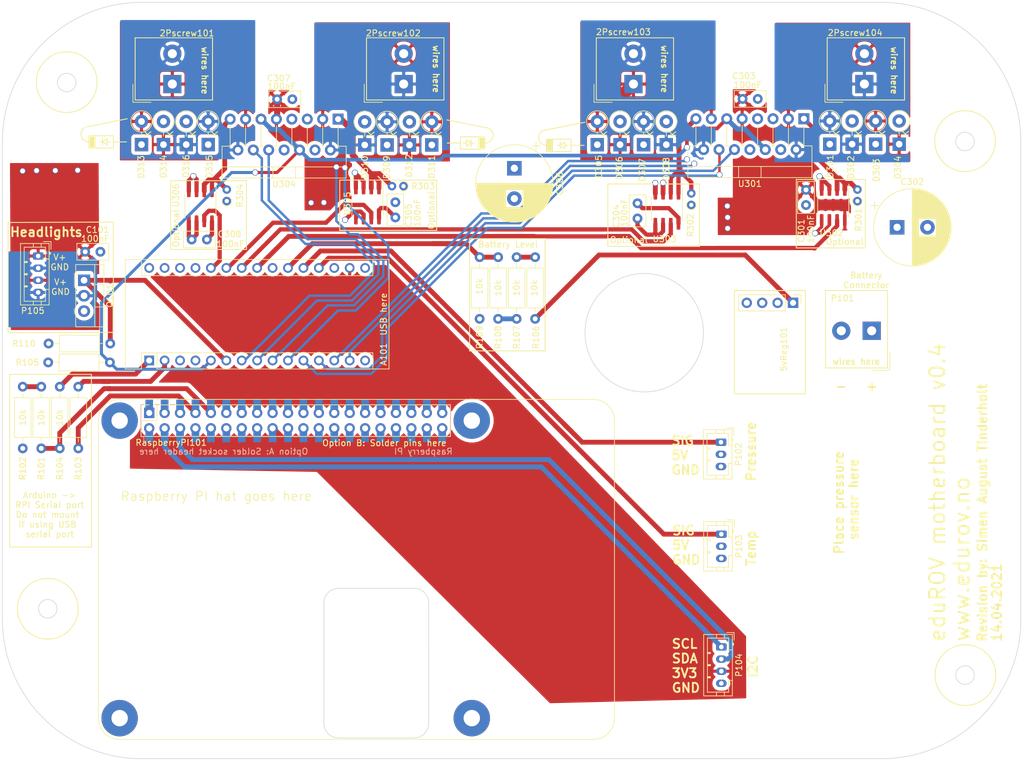
<source format=kicad_pcb>
(kicad_pcb (version 20171130) (host pcbnew "(5.1.6)-1")
  (title_block (comment 1 "Use 2oz copper layer on PCB"))
  (layers (0 F.Cu signal) (1 In1.Cu signal) (2 In2.Cu signal) (31 B.Cu signal) (34 B.Paste user) (35 F.Paste user) (36 B.SilkS user) (37 F.SilkS user) (38 B.Mask user) (39 F.Mask user) (44 Edge.Cuts user))
  (net 0 "")
  (net 1 IO1A)
  (net 2 IO1B)
  (net 3 IO2A)
  (net 4 IO2B)
  (net 5 IO3A)
  (net 6 IO3B)
  (net 7 BattMonitor)
  (net 8 IO_LED)
  (net 9 -Batt)
  (net 10 PressMonitor)
  (net 11 TempMonitor)
  (net 12 IOEN)
  (net 13 +5V)
  (net 14 IO4B)
  (net 15 IO4A)
  (net 16 /Mot1+)
  (net 17 /Mot1-)
  (net 18 /Mot2+)
  (net 19 /Mot2-)
  (net 20 /Mot3+)
  (net 21 /Mot3-)
  (net 22 /Mot4+)
  (net 23 /Mot4-)
  (net 24 +Bat)
  (net 25 "Net-(A101-Pad16)")
  (net 26 "Net-(A101-Pad15)")
  (net 27 "Net-(A101-Pad30)")
  (net 28 "Net-(A101-Pad28)")
  (net 29 Sense4)
  (net 30 Sense3)
  (net 31 Sense2)
  (net 32 Sense1)
  (net 33 "Net-(A101-Pad3)")
  (net 34 "Net-(A101-Pad18)")
  (net 35 "Net-(A101-Pad2)")
  (net 36 "Net-(A101-Pad1)")
  (net 37 "Net-(R101-Pad1)")
  (net 38 "Net-(RaspberryPI101-Pad22)")
  (net 39 "Net-(RaspberryPI101-Pad24)")
  (net 40 "Net-(RaspberryPI101-Pad37)")
  (net 41 "Net-(RaspberryPI101-Pad31)")
  (net 42 "Net-(RaspberryPI101-Pad18)")
  (net 43 "Net-(RaspberryPI101-Pad33)")
  (net 44 "Net-(RaspberryPI101-Pad35)")
  (net 45 "Net-(RaspberryPI101-Pad26)")
  (net 46 "Net-(RaspberryPI101-Pad23)")
  (net 47 "Net-(RaspberryPI101-Pad19)")
  (net 48 "Net-(RaspberryPI101-Pad15)")
  (net 49 "Net-(RaspberryPI101-Pad12)")
  (net 50 "Net-(RaspberryPI101-Pad40)")
  (net 51 "Net-(RaspberryPI101-Pad7)")
  (net 52 "Net-(RaspberryPI101-Pad36)")
  (net 53 "Net-(RaspberryPI101-Pad16)")
  (net 54 "Net-(RaspberryPI101-Pad28)")
  (net 55 "Net-(RaspberryPI101-Pad38)")
  (net 56 "Net-(RaspberryPI101-Pad13)")
  (net 57 "Net-(RaspberryPI101-Pad27)")
  (net 58 "Net-(RaspberryPI101-Pad11)")
  (net 59 "Net-(RaspberryPI101-Pad32)")
  (net 60 "Net-(RaspberryPI101-Pad29)")
  (net 61 "Net-(RaspberryPI101-Pad21)")
  (net 62 "Net-(R101-Pad2)")
  (net 63 "Net-(R103-Pad2)")
  (net 64 SDA)
  (net 65 SCL)
  (net 66 +3V3)
  (net 67 "Net-(A101-Pad22)")
  (net 68 LED-)
  (net 69 "Net-(R106-Pad1)")
  (net 70 "Net-(R107-Pad1)")
  (net 71 /MotorController2/IA)
  (net 72 /MotorController2/IB)
  (net 73 /MotorController1/IA)
  (net 74 /MotorController1/IB)
  (module Package_TO_SOT_THT:TO-220-15_P2.54x2.54mm_StaggerOdd_Lead4.58mm_Vertical (layer F.Cu) (at 111.125 52.197 180)
    (fp_text reference U304 (at 8.89 -10.7) (layer F.SilkS))
    (fp_text value L298HN)
    (pad 15 thru_hole oval (at 17.78 0 180) (size 1.8 1.8) (drill 1) (layers *.Cu *.Mask) (net 74 /MotorController1/IB))
    (pad 14 thru_hole oval (at 16.51 -5.08 180) (size 1.8 1.8) (drill 1) (layers *.Cu *.Mask) (net 16 /Mot1+))
    (pad 13 thru_hole oval (at 15.24 0 180) (size 1.8 1.8) (drill 1) (layers *.Cu *.Mask) (net 17 /Mot1-))
    (pad 12 thru_hole oval (at 13.97 -5.08 180) (size 1.8 1.8) (drill 1) (layers *.Cu *.Mask) (net 2 IO1B))
    (pad 11 thru_hole oval (at 12.7 0 180) (size 1.8 1.8) (drill 1) (layers *.Cu *.Mask) (net 12 IOEN))
    (pad 10 thru_hole oval (at 11.43 -5.08 180) (size 1.8 1.8) (drill 1) (layers *.Cu *.Mask) (net 1 IO1A))
    (pad 9 thru_hole oval (at 10.16 0 180) (size 1.8 1.8) (drill 1) (layers *.Cu *.Mask) (net 13 +5V))
    (pad 8 thru_hole oval (at 8.89 -5.08 180) (size 1.8 1.8) (drill 1) (layers *.Cu *.Mask) (net 9 -Batt))
    (pad 7 thru_hole oval (at 7.62 0 180) (size 1.8 1.8) (drill 1) (layers *.Cu *.Mask) (net 4 IO2B))
    (pad 6 thru_hole oval (at 6.35 -5.08 180) (size 1.8 1.8) (drill 1) (layers *.Cu *.Mask) (net 12 IOEN))
    (pad 5 thru_hole oval (at 5.08 0 180) (size 1.8 1.8) (drill 1) (layers *.Cu *.Mask) (net 3 IO2A))
    (pad 4 thru_hole oval (at 3.81 -5.08 180) (size 1.8 1.8) (drill 1) (layers *.Cu *.Mask) (net 24 +Bat))
    (pad 3 thru_hole oval (at 2.54 0 180) (size 1.8 1.8) (drill 1) (layers *.Cu *.Mask) (net 18 /Mot2+))
    (pad 2 thru_hole oval (at 1.27 -5.08 180) (size 1.8 1.8) (drill 1) (layers *.Cu *.Mask) (net 19 /Mot2-))
    (pad 1 thru_hole rect (at 0 0 180) (size 1.8 1.8) (drill 1) (layers *.Cu *.Mask) (net 73 /MotorController1/IA))
  )
  (module Module:Arduino_Nano (layer F.Cu) (at 80.01 91.948 90)
    (fp_text reference A101 (at 1.016 38.608 90) (layer F.SilkS))
    (fp_text value Arduino_Nano_v3.x)
    (pad 16 thru_hole oval (at 15.24 35.56 90) (size 1.6 1.6) (drill 1) (layers *.Cu *.Mask) (net 25 "Net-(A101-Pad16)"))
    (pad 15 thru_hole oval (at 0 35.56 90) (size 1.6 1.6) (drill 1) (layers *.Cu *.Mask) (net 26 "Net-(A101-Pad15)"))
    (pad 30 thru_hole oval (at 15.24 0 90) (size 1.6 1.6) (drill 1) (layers *.Cu *.Mask) (net 27 "Net-(A101-Pad30)"))
    (pad 14 thru_hole oval (at 0 33.02 90) (size 1.6 1.6) (drill 1) (layers *.Cu *.Mask) (net 15 IO4A))
    (pad 29 thru_hole oval (at 15.24 2.54 90) (size 1.6 1.6) (drill 1) (layers *.Cu *.Mask) (net 9 -Batt))
    (pad 13 thru_hole oval (at 0 30.48 90) (size 1.6 1.6) (drill 1) (layers *.Cu *.Mask) (net 14 IO4B))
    (pad 28 thru_hole oval (at 15.24 5.08 90) (size 1.6 1.6) (drill 1) (layers *.Cu *.Mask) (net 28 "Net-(A101-Pad28)"))
    (pad 12 thru_hole oval (at 0 27.94 90) (size 1.6 1.6) (drill 1) (layers *.Cu *.Mask) (net 5 IO3A))
    (pad 27 thru_hole oval (at 15.24 7.62 90) (size 1.6 1.6) (drill 1) (layers *.Cu *.Mask) (net 13 +5V))
    (pad 11 thru_hole oval (at 0 25.4 90) (size 1.6 1.6) (drill 1) (layers *.Cu *.Mask) (net 6 IO3B))
    (pad 26 thru_hole oval (at 15.24 10.16 90) (size 1.6 1.6) (drill 1) (layers *.Cu *.Mask) (net 32 Sense1))
    (pad 10 thru_hole oval (at 0 22.86 90) (size 1.6 1.6) (drill 1) (layers *.Cu *.Mask) (net 3 IO2A))
    (pad 25 thru_hole oval (at 15.24 12.7 90) (size 1.6 1.6) (drill 1) (layers *.Cu *.Mask) (net 31 Sense2))
    (pad 9 thru_hole oval (at 0 20.32 90) (size 1.6 1.6) (drill 1) (layers *.Cu *.Mask) (net 4 IO2B))
    (pad 24 thru_hole oval (at 15.24 15.24 90) (size 1.6 1.6) (drill 1) (layers *.Cu *.Mask) (net 30 Sense3))
    (pad 8 thru_hole oval (at 0 17.78 90) (size 1.6 1.6) (drill 1) (layers *.Cu *.Mask) (net 1 IO1A))
    (pad 23 thru_hole oval (at 15.24 17.78 90) (size 1.6 1.6) (drill 1) (layers *.Cu *.Mask) (net 29 Sense4))
    (pad 7 thru_hole oval (at 0 15.24 90) (size 1.6 1.6) (drill 1) (layers *.Cu *.Mask) (net 2 IO1B))
    (pad 22 thru_hole oval (at 15.24 20.32 90) (size 1.6 1.6) (drill 1) (layers *.Cu *.Mask) (net 67 "Net-(A101-Pad22)"))
    (pad 6 thru_hole oval (at 0 12.7 90) (size 1.6 1.6) (drill 1) (layers *.Cu *.Mask) (net 8 IO_LED))
    (pad 21 thru_hole oval (at 15.24 22.86 90) (size 1.6 1.6) (drill 1) (layers *.Cu *.Mask) (net 7 BattMonitor))
    (pad 5 thru_hole oval (at 0 10.16 90) (size 1.6 1.6) (drill 1) (layers *.Cu *.Mask) (net 12 IOEN))
    (pad 20 thru_hole oval (at 15.24 25.4 90) (size 1.6 1.6) (drill 1) (layers *.Cu *.Mask) (net 10 PressMonitor))
    (pad 4 thru_hole oval (at 0 7.62 90) (size 1.6 1.6) (drill 1) (layers *.Cu *.Mask) (net 9 -Batt))
    (pad 19 thru_hole oval (at 15.24 27.94 90) (size 1.6 1.6) (drill 1) (layers *.Cu *.Mask) (net 11 TempMonitor))
    (pad 3 thru_hole oval (at 0 5.08 90) (size 1.6 1.6) (drill 1) (layers *.Cu *.Mask) (net 33 "Net-(A101-Pad3)"))
    (pad 18 thru_hole oval (at 15.24 30.48 90) (size 1.6 1.6) (drill 1) (layers *.Cu *.Mask) (net 34 "Net-(A101-Pad18)"))
    (pad 2 thru_hole oval (at 0 2.54 90) (size 1.6 1.6) (drill 1) (layers *.Cu *.Mask) (net 35 "Net-(A101-Pad2)"))
    (pad 17 thru_hole oval (at 15.24 33.02 90) (size 1.6 1.6) (drill 1) (layers *.Cu *.Mask) (net 66 +3V3))
    (pad 1 thru_hole rect (at 0 0 90) (size 1.6 1.6) (drill 1) (layers *.Cu *.Mask) (net 36 "Net-(A101-Pad1)"))
  )
  (module Capacitor_THT:C_Disc_D5.0mm_W2.5mm_P2.50mm (layer F.Cu) (at 188.1886 66.3448 90)
    (fp_text reference C301 (at -4.24624 -0.76708 90) (layer F.SilkS))
    (fp_text value 100nF (at -3.93128 0.7874 90) (layer F.SilkS))
    (pad 2 thru_hole circle (at 2.5 0 90) (size 1.6 1.6) (drill 0.8) (layers *.Cu *.Mask) (net 13 +5V))
    (pad 1 thru_hole circle (at 0 0 90) (size 1.6 1.6) (drill 0.8) (layers *.Cu *.Mask) (net 9 -Batt))
  )
  (module Package_TO_SOT_THT:TO-220-15_P2.54x2.54mm_StaggerOdd_Lead4.58mm_Vertical (layer F.Cu) (at 187.833 52.1335 180)
    (fp_text reference U301 (at 8.89 -10.7) (layer F.SilkS))
    (fp_text value L298HN)
    (pad 15 thru_hole oval (at 17.78 0 180) (size 1.8 1.8) (drill 1) (layers *.Cu *.Mask) (net 72 /MotorController2/IB))
    (pad 14 thru_hole oval (at 16.51 -5.08 180) (size 1.8 1.8) (drill 1) (layers *.Cu *.Mask) (net 20 /Mot3+))
    (pad 13 thru_hole oval (at 15.24 0 180) (size 1.8 1.8) (drill 1) (layers *.Cu *.Mask) (net 21 /Mot3-))
    (pad 12 thru_hole oval (at 13.97 -5.08 180) (size 1.8 1.8) (drill 1) (layers *.Cu *.Mask) (net 6 IO3B))
    (pad 11 thru_hole oval (at 12.7 0 180) (size 1.8 1.8) (drill 1) (layers *.Cu *.Mask) (net 12 IOEN))
    (pad 10 thru_hole oval (at 11.43 -5.08 180) (size 1.8 1.8) (drill 1) (layers *.Cu *.Mask) (net 5 IO3A))
    (pad 9 thru_hole oval (at 10.16 0 180) (size 1.8 1.8) (drill 1) (layers *.Cu *.Mask) (net 13 +5V))
    (pad 8 thru_hole oval (at 8.89 -5.08 180) (size 1.8 1.8) (drill 1) (layers *.Cu *.Mask) (net 9 -Batt))
    (pad 7 thru_hole oval (at 7.62 0 180) (size 1.8 1.8) (drill 1) (layers *.Cu *.Mask) (net 14 IO4B))
    (pad 6 thru_hole oval (at 6.35 -5.08 180) (size 1.8 1.8) (drill 1) (layers *.Cu *.Mask) (net 12 IOEN))
    (pad 5 thru_hole oval (at 5.08 0 180) (size 1.8 1.8) (drill 1) (layers *.Cu *.Mask) (net 15 IO4A))
    (pad 4 thru_hole oval (at 3.81 -5.08 180) (size 1.8 1.8) (drill 1) (layers *.Cu *.Mask) (net 24 +Bat))
    (pad 3 thru_hole oval (at 2.54 0 180) (size 1.8 1.8) (drill 1) (layers *.Cu *.Mask) (net 22 /Mot4+))
    (pad 2 thru_hole oval (at 1.27 -5.08 180) (size 1.8 1.8) (drill 1) (layers *.Cu *.Mask) (net 23 /Mot4-))
    (pad 1 thru_hole rect (at 0 0 180) (size 1.8 1.8) (drill 1) (layers *.Cu *.Mask) (net 71 /MotorController2/IA))
  )
  (module TerminalBlock_Altech:Altech_AK300_1x02_P5.00mm_45-Degree (layer F.Cu) (at 197.8025 46.4185 90)
    (fp_text reference 2Pscrew104 (at 8.4455 -1.524 180) (layer F.SilkS))
    (fp_text value "Channel 4")
    (pad 2 thru_hole circle (at 5 0 90) (size 3 3) (drill 1.5) (layers *.Cu *.Mask) (net 22 /Mot4+))
    (pad 1 thru_hole rect (at 0 0 90) (size 3 3) (drill 1.5) (layers *.Cu *.Mask) (net 23 /Mot4-))
  )
  (module Package_SO:SOIC-8_3.9x4.9mm_P1.27mm (layer F.Cu) (at 88.4428 66.548 270)
    (fp_text reference U306 (at -1.78816 4.02844 90) (layer F.SilkS))
    (fp_text value ACS723xLCTR-05AB)
    (pad 8 smd roundrect (at 2.475 -1.905 270) (size 1.95 0.6) (layers F.Cu F.Paste F.Mask) (net 13 +5V))
    (pad 7 smd roundrect (at 2.475 -0.635 270) (size 1.95 0.6) (layers F.Cu F.Paste F.Mask) (net 32 Sense1))
    (pad 6 smd roundrect (at 2.475 0.635 270) (size 1.95 0.6) (layers F.Cu F.Paste F.Mask) (net 9 -Batt))
    (pad 5 smd roundrect (at 2.475 1.905 270) (size 1.95 0.6) (layers F.Cu F.Paste F.Mask) (net 9 -Batt))
    (pad 4 smd roundrect (at -2.475 1.905 270) (size 1.95 0.6) (layers F.Cu F.Paste F.Mask) (net 9 -Batt))
    (pad 3 smd roundrect (at -2.475 0.635 270) (size 1.95 0.6) (layers F.Cu F.Paste F.Mask) (net 9 -Batt))
    (pad 2 smd roundrect (at -2.475 -0.635 270) (size 1.95 0.6) (layers F.Cu F.Paste F.Mask) (net 74 /MotorController1/IB))
    (pad 1 smd roundrect (at -2.475 -1.905 270) (size 1.95 0.6) (layers F.Cu F.Paste F.Mask) (net 74 /MotorController1/IB))
  )
  (module Package_SO:SOIC-8_3.9x4.9mm_P1.27mm (layer F.Cu) (at 115.951 66.0908 270)
    (fp_text reference U305 (at 0.0127 3.302 90) (layer F.SilkS))
    (fp_text value ACS723xLCTR-05AB)
    (pad 8 smd roundrect (at 2.475 -1.905 270) (size 1.95 0.6) (layers F.Cu F.Paste F.Mask) (net 13 +5V))
    (pad 7 smd roundrect (at 2.475 -0.635 270) (size 1.95 0.6) (layers F.Cu F.Paste F.Mask) (net 31 Sense2))
    (pad 6 smd roundrect (at 2.475 0.635 270) (size 1.95 0.6) (layers F.Cu F.Paste F.Mask) (net 9 -Batt))
    (pad 5 smd roundrect (at 2.475 1.905 270) (size 1.95 0.6) (layers F.Cu F.Paste F.Mask) (net 9 -Batt))
    (pad 4 smd roundrect (at -2.475 1.905 270) (size 1.95 0.6) (layers F.Cu F.Paste F.Mask) (net 9 -Batt))
    (pad 3 smd roundrect (at -2.475 0.635 270) (size 1.95 0.6) (layers F.Cu F.Paste F.Mask) (net 9 -Batt))
    (pad 2 smd roundrect (at -2.475 -0.635 270) (size 1.95 0.6) (layers F.Cu F.Paste F.Mask) (net 73 /MotorController1/IA))
    (pad 1 smd roundrect (at -2.475 -1.905 270) (size 1.95 0.6) (layers F.Cu F.Paste F.Mask) (net 73 /MotorController1/IA))
  )
  (module Resistor_THT:R_Axial_DIN0204_L3.6mm_D1.6mm_P1.90mm_Vertical (layer F.Cu) (at 92.7862 65.68948 90)
    (fp_text reference R304 (at 0.89916 2.159 90) (layer F.SilkS))
    (fp_text value 0)
    (pad 2 thru_hole oval (at 1.9 0 90) (size 1.4 1.4) (drill 0.7) (layers *.Cu *.Mask) (net 74 /MotorController1/IB))
    (pad 1 thru_hole circle (at 0 0 90) (size 1.4 1.4) (drill 0.7) (layers *.Cu *.Mask) (net 9 -Batt))
  )
  (module Resistor_THT:R_Axial_DIN0204_L3.6mm_D1.6mm_P1.90mm_Vertical (layer F.Cu) (at 121.88952 63.23584 180)
    (fp_text reference R303 (at -3.23596 0) (layer F.SilkS))
    (fp_text value 0)
    (pad 2 thru_hole oval (at 1.9 0 180) (size 1.4 1.4) (drill 0.7) (layers *.Cu *.Mask) (net 73 /MotorController1/IA))
    (pad 1 thru_hole circle (at 0 0 180) (size 1.4 1.4) (drill 0.7) (layers *.Cu *.Mask) (net 9 -Batt))
  )
  (module Diode_THT:D_DO-41_SOD81_P3.81mm_Vertical_KathodeUp (layer F.Cu) (at 86.106 56.388 90)
    (fp_text reference D316 (at -3.556 0 270) (layer F.SilkS))
    (fp_text value D)
    (fp_text user K (at 1.8 1.1 90) (layer F.SilkS))
    (pad 2 thru_hole oval (at 3.81 0 90) (size 2.2 2.2) (drill 1.1) (layers *.Cu *.Mask) (net 9 -Batt))
    (pad 1 thru_hole rect (at 0 0 90) (size 2.2 2.2) (drill 1.1) (layers *.Cu *.Mask) (net 16 /Mot1+))
  )
  (module Diode_THT:D_DO-41_SOD81_P3.81mm_Vertical_KathodeUp (layer F.Cu) (at 89.7255 56.388 90)
    (fp_text reference D315 (at -3.6195 0.1905 90) (layer F.SilkS))
    (fp_text value D)
    (fp_text user K (at 1.8 1.1 90) (layer F.SilkS))
    (pad 2 thru_hole oval (at 3.81 0 90) (size 2.2 2.2) (drill 1.1) (layers *.Cu *.Mask) (net 16 /Mot1+))
    (pad 1 thru_hole rect (at 0 0 90) (size 2.2 2.2) (drill 1.1) (layers *.Cu *.Mask) (net 24 +Bat))
  )
  (module Diode_THT:D_DO-41_SOD81_P3.81mm_Vertical_KathodeUp (layer F.Cu) (at 82.3595 56.388 90)
    (fp_text reference D314 (at -3.6195 0 270) (layer F.SilkS))
    (fp_text value D)
    (fp_text user K (at 1.8 1.1 90) (layer F.SilkS))
    (pad 2 thru_hole oval (at 3.81 0 90) (size 2.2 2.2) (drill 1.1) (layers *.Cu *.Mask) (net 9 -Batt))
    (pad 1 thru_hole rect (at 0 0 90) (size 2.2 2.2) (drill 1.1) (layers *.Cu *.Mask) (net 17 /Mot1-))
  )
  (module Diode_THT:D_DO-41_SOD81_P3.81mm_Vertical_KathodeUp (layer F.Cu) (at 78.74 56.388 90)
    (fp_text reference D313 (at -3.683 -0.0635 270) (layer F.SilkS))
    (fp_text value D)
    (fp_text user K (at 1.8 1.1 90) (layer F.SilkS))
    (pad 2 thru_hole oval (at 3.81 0 90) (size 2.2 2.2) (drill 1.1) (layers *.Cu *.Mask) (net 17 /Mot1-))
    (pad 1 thru_hole rect (at 0 0 90) (size 2.2 2.2) (drill 1.1) (layers *.Cu *.Mask) (net 24 +Bat))
  )
  (module Diode_THT:D_DO-41_SOD81_P3.81mm_Vertical_KathodeUp (layer F.Cu) (at 122.8725 56.4515 90)
    (fp_text reference D312 (at -3.429 -0.0635 90) (layer F.SilkS))
    (fp_text value D)
    (fp_text user K (at 1.8 1.1 90) (layer F.SilkS))
    (pad 2 thru_hole oval (at 3.81 0 90) (size 2.2 2.2) (drill 1.1) (layers *.Cu *.Mask) (net 9 -Batt))
    (pad 1 thru_hole rect (at 0 0 90) (size 2.2 2.2) (drill 1.1) (layers *.Cu *.Mask) (net 18 /Mot2+))
  )
  (module Diode_THT:D_DO-41_SOD81_P3.81mm_Vertical_KathodeUp (layer F.Cu) (at 126.5555 56.4515 90)
    (fp_text reference D311 (at -3.6195 0 90) (layer F.SilkS))
    (fp_text value D)
    (fp_text user K (at 1.8 1.1 90) (layer F.SilkS))
    (pad 2 thru_hole oval (at 3.81 0 90) (size 2.2 2.2) (drill 1.1) (layers *.Cu *.Mask) (net 18 /Mot2+))
    (pad 1 thru_hole rect (at 0 0 90) (size 2.2 2.2) (drill 1.1) (layers *.Cu *.Mask) (net 24 +Bat))
  )
  (module Diode_THT:D_DO-41_SOD81_P3.81mm_Vertical_KathodeUp (layer F.Cu) (at 115.5065 56.4515 90)
    (fp_text reference D310 (at -3.683 0 90) (layer F.SilkS))
    (fp_text value D)
    (fp_text user K (at 1.8 1.1 90) (layer F.SilkS))
    (pad 2 thru_hole oval (at 3.81 0 90) (size 2.2 2.2) (drill 1.1) (layers *.Cu *.Mask) (net 9 -Batt))
    (pad 1 thru_hole rect (at 0 0 90) (size 2.2 2.2) (drill 1.1) (layers *.Cu *.Mask) (net 19 /Mot2-))
  )
  (module Diode_THT:D_DO-41_SOD81_P3.81mm_Vertical_KathodeUp (layer F.Cu) (at 119.1895 56.4515 90)
    (fp_text reference D309 (at -3.683 -0.0635 90) (layer F.SilkS))
    (fp_text value D)
    (fp_text user K (at 1.8 1.1 90) (layer F.SilkS))
    (pad 2 thru_hole oval (at 3.81 0 90) (size 2.2 2.2) (drill 1.1) (layers *.Cu *.Mask) (net 19 /Mot2-))
    (pad 1 thru_hole rect (at 0 0 90) (size 2.2 2.2) (drill 1.1) (layers *.Cu *.Mask) (net 24 +Bat))
  )
  (module Capacitor_THT:C_Disc_D5.0mm_W2.5mm_P2.50mm (layer F.Cu) (at 87.00516 72.02424)
    (fp_text reference C308 (at 6.2484 -0.88392) (layer F.SilkS))
    (fp_text value 100nF (at 6.38556 0.74168) (layer F.SilkS))
    (pad 2 thru_hole circle (at 2.5 0) (size 1.6 1.6) (drill 0.8) (layers *.Cu *.Mask) (net 13 +5V))
    (pad 1 thru_hole circle (at 0 0) (size 1.6 1.6) (drill 0.8) (layers *.Cu *.Mask) (net 9 -Batt))
  )
  (module Capacitor_THT:C_Disc_D5.0mm_W2.5mm_P2.50mm (layer F.Cu) (at 103.5812 48.9204 180)
    (fp_text reference C307 (at 2.246 3.4544) (layer F.SilkS))
    (fp_text value 100nF (at 1.7888 2.1336 180) (layer F.SilkS))
    (pad 2 thru_hole circle (at 2.5 0 180) (size 1.6 1.6) (drill 0.8) (layers *.Cu *.Mask) (net 13 +5V))
    (pad 1 thru_hole circle (at 0 0 180) (size 1.6 1.6) (drill 0.8) (layers *.Cu *.Mask) (net 9 -Batt))
  )
  (module Capacitor_THT:CP_Radial_D12.5mm_P5.00mm (layer F.Cu) (at 140.14704 60.28944 270)
    (fp_text reference C306 (at 2.5 -7.5 90) (layer F.SilkS))
    (fp_text value 470uF)
    (pad 2 thru_hole circle (at 5 0 270) (size 2.4 2.4) (drill 1.2) (layers *.Cu *.Mask) (net 9 -Batt))
    (pad 1 thru_hole rect (at 0 0 270) (size 2.4 2.4) (drill 1.2) (layers *.Cu *.Mask) (net 24 +Bat))
  )
  (module Capacitor_THT:C_Disc_D5.0mm_W2.5mm_P2.50mm (layer F.Cu) (at 120.5484 65.8876 270)
    (fp_text reference C305 (at 2.16408 -2.19964 90) (layer F.SilkS))
    (fp_text value 100nF (at 1.75768 -3.64236 90) (layer F.SilkS))
    (pad 2 thru_hole circle (at 2.5 0 270) (size 1.6 1.6) (drill 0.8) (layers *.Cu *.Mask) (net 13 +5V))
    (pad 1 thru_hole circle (at 0 0 270) (size 1.6 1.6) (drill 0.8) (layers *.Cu *.Mask) (net 9 -Batt))
  )
  (module Package_SO:SOIC-8_3.9x4.9mm_P1.27mm (layer F.Cu) (at 165.2778 66.9529 270)
    (fp_text reference U303 (at 4.97482 0.39624 180) (layer F.SilkS))
    (fp_text value ACS723xLCTR-05AB)
    (pad 8 smd roundrect (at 2.475 -1.905 270) (size 1.95 0.6) (layers F.Cu F.Paste F.Mask) (net 13 +5V))
    (pad 7 smd roundrect (at 2.475 -0.635 270) (size 1.95 0.6) (layers F.Cu F.Paste F.Mask) (net 30 Sense3))
    (pad 6 smd roundrect (at 2.475 0.635 270) (size 1.95 0.6) (layers F.Cu F.Paste F.Mask) (net 9 -Batt))
    (pad 5 smd roundrect (at 2.475 1.905 270) (size 1.95 0.6) (layers F.Cu F.Paste F.Mask) (net 9 -Batt))
    (pad 4 smd roundrect (at -2.475 1.905 270) (size 1.95 0.6) (layers F.Cu F.Paste F.Mask) (net 9 -Batt))
    (pad 3 smd roundrect (at -2.475 0.635 270) (size 1.95 0.6) (layers F.Cu F.Paste F.Mask) (net 9 -Batt))
    (pad 2 smd roundrect (at -2.475 -0.635 270) (size 1.95 0.6) (layers F.Cu F.Paste F.Mask) (net 72 /MotorController2/IB))
    (pad 1 smd roundrect (at -2.475 -1.905 270) (size 1.95 0.6) (layers F.Cu F.Paste F.Mask) (net 72 /MotorController2/IB))
  )
  (module Package_SO:SOIC-8_3.9x4.9mm_P1.27mm (layer F.Cu) (at 192.6717 66.3321 270)
    (fp_text reference U302 (at 4.61518 0.28702 180) (layer F.SilkS))
    (fp_text value ACS723xLCTR-05AB)
    (pad 8 smd roundrect (at 2.475 -1.905 270) (size 1.95 0.6) (layers F.Cu F.Paste F.Mask) (net 13 +5V))
    (pad 7 smd roundrect (at 2.475 -0.635 270) (size 1.95 0.6) (layers F.Cu F.Paste F.Mask) (net 29 Sense4))
    (pad 6 smd roundrect (at 2.475 0.635 270) (size 1.95 0.6) (layers F.Cu F.Paste F.Mask) (net 9 -Batt))
    (pad 5 smd roundrect (at 2.475 1.905 270) (size 1.95 0.6) (layers F.Cu F.Paste F.Mask) (net 9 -Batt))
    (pad 4 smd roundrect (at -2.475 1.905 270) (size 1.95 0.6) (layers F.Cu F.Paste F.Mask) (net 9 -Batt))
    (pad 3 smd roundrect (at -2.475 0.635 270) (size 1.95 0.6) (layers F.Cu F.Paste F.Mask) (net 9 -Batt))
    (pad 2 smd roundrect (at -2.475 -0.635 270) (size 1.95 0.6) (layers F.Cu F.Paste F.Mask) (net 71 /MotorController2/IA))
    (pad 1 smd roundrect (at -2.475 -1.905 270) (size 1.95 0.6) (layers F.Cu F.Paste F.Mask) (net 71 /MotorController2/IA))
  )
  (module Resistor_THT:R_Axial_DIN0204_L3.6mm_D1.6mm_P1.90mm_Vertical (layer F.Cu) (at 169.291 66.32956 90)
    (fp_text reference R302 (at -3.3528 -0.11684 90) (layer F.SilkS))
    (fp_text value 0)
    (pad 2 thru_hole oval (at 1.9 0 90) (size 1.4 1.4) (drill 0.7) (layers *.Cu *.Mask) (net 72 /MotorController2/IB))
    (pad 1 thru_hole circle (at 0 0 90) (size 1.4 1.4) (drill 0.7) (layers *.Cu *.Mask) (net 9 -Batt))
  )
  (module Resistor_THT:R_Axial_DIN0204_L3.6mm_D1.6mm_P1.90mm_Vertical (layer F.Cu) (at 196.65188 65.69456 90)
    (fp_text reference R301 (at -3.0734 0.17272 90) (layer F.SilkS))
    (fp_text value 0)
    (pad 2 thru_hole oval (at 1.9 0 90) (size 1.4 1.4) (drill 0.7) (layers *.Cu *.Mask) (net 71 /MotorController2/IA))
    (pad 1 thru_hole circle (at 0 0 90) (size 1.4 1.4) (drill 0.7) (layers *.Cu *.Mask) (net 9 -Batt))
  )
  (module Diode_THT:D_DO-41_SOD81_P3.81mm_Vertical_KathodeUp (layer F.Cu) (at 165.17874 56.4007 90)
    (fp_text reference D308 (at -4.0005 0 90) (layer F.SilkS))
    (fp_text value D)
    (fp_text user K (at 1.8 1.1 90) (layer F.SilkS))
    (pad 2 thru_hole oval (at 3.81 0 90) (size 2.2 2.2) (drill 1.1) (layers *.Cu *.Mask) (net 9 -Batt))
    (pad 1 thru_hole rect (at 0 0 90) (size 2.2 2.2) (drill 1.1) (layers *.Cu *.Mask) (net 20 /Mot3+))
  )
  (module Diode_THT:D_DO-41_SOD81_P3.81mm_Vertical_KathodeUp (layer F.Cu) (at 161.43224 56.4007 90)
    (fp_text reference D307 (at -4.191918 -0.200635 90) (layer F.SilkS))
    (fp_text value D)
    (fp_text user K (at 1.8 1.1 90) (layer F.SilkS))
    (pad 2 thru_hole oval (at 3.81 0 90) (size 2.2 2.2) (drill 1.1) (layers *.Cu *.Mask) (net 20 /Mot3+))
    (pad 1 thru_hole rect (at 0 0 90) (size 2.2 2.2) (drill 1.1) (layers *.Cu *.Mask) (net 24 +Bat))
  )
  (module Diode_THT:D_DO-41_SOD81_P3.81mm_Vertical_KathodeUp (layer F.Cu) (at 157.55874 56.4007 90)
    (fp_text reference D306 (at -3.854418 -0.110135 90) (layer F.SilkS))
    (fp_text value D)
    (fp_text user K (at 1.8 1.1 90) (layer F.SilkS))
    (pad 2 thru_hole oval (at 3.81 0 90) (size 2.2 2.2) (drill 1.1) (layers *.Cu *.Mask) (net 9 -Batt))
    (pad 1 thru_hole rect (at 0 0 90) (size 2.2 2.2) (drill 1.1) (layers *.Cu *.Mask) (net 21 /Mot3-))
  )
  (module Diode_THT:D_DO-41_SOD81_P3.81mm_Vertical_KathodeUp (layer F.Cu) (at 153.81224 56.4007 90)
    (fp_text reference D305 (at -3.6195 0.254 90) (layer F.SilkS))
    (fp_text value D)
    (fp_text user K (at 1.8 1.1 90) (layer F.SilkS))
    (pad 2 thru_hole oval (at 3.81 0 90) (size 2.2 2.2) (drill 1.1) (layers *.Cu *.Mask) (net 21 /Mot3-))
    (pad 1 thru_hole rect (at 0 0 90) (size 2.2 2.2) (drill 1.1) (layers *.Cu *.Mask) (net 24 +Bat))
  )
  (module Diode_THT:D_DO-41_SOD81_P3.81mm_Vertical_KathodeUp (layer F.Cu) (at 203.5302 56.31688 90)
    (fp_text reference D304 (at -3.841418 -0.232135 90) (layer F.SilkS))
    (fp_text value D)
    (fp_text user K (at 1.8 1.1 90) (layer F.SilkS))
    (pad 2 thru_hole oval (at 3.81 0 90) (size 2.2 2.2) (drill 1.1) (layers *.Cu *.Mask) (net 9 -Batt))
    (pad 1 thru_hole rect (at 0 0 90) (size 2.2 2.2) (drill 1.1) (layers *.Cu *.Mask) (net 22 /Mot4+))
  )
  (module Diode_THT:D_DO-41_SOD81_P3.81mm_Vertical_KathodeUp (layer F.Cu) (at 199.6567 56.31688 90)
    (fp_text reference D303 (at -4.309918 0.143865 90) (layer F.SilkS))
    (fp_text value D)
    (fp_text user K (at 1.8 1.1 90) (layer F.SilkS))
    (pad 2 thru_hole oval (at 3.81 0 90) (size 2.2 2.2) (drill 1.1) (layers *.Cu *.Mask) (net 22 /Mot4+))
    (pad 1 thru_hole rect (at 0 0 90) (size 2.2 2.2) (drill 1.1) (layers *.Cu *.Mask) (net 24 +Bat))
  )
  (module Diode_THT:D_DO-41_SOD81_P3.81mm_Vertical_KathodeUp (layer F.Cu) (at 195.7832 56.31688 90)
    (fp_text reference D302 (at -3.81 -0.1905 90) (layer F.SilkS))
    (fp_text value D)
    (fp_text user K (at 1.8 1.1 90) (layer F.SilkS))
    (pad 2 thru_hole oval (at 3.81 0 90) (size 2.2 2.2) (drill 1.1) (layers *.Cu *.Mask) (net 9 -Batt))
    (pad 1 thru_hole rect (at 0 0 90) (size 2.2 2.2) (drill 1.1) (layers *.Cu *.Mask) (net 23 /Mot4-))
  )
  (module Diode_THT:D_DO-41_SOD81_P3.81mm_Vertical_KathodeUp (layer F.Cu) (at 192.1002 56.31688 90)
    (fp_text reference D301 (at -3.650918 0.069865 90) (layer F.SilkS))
    (fp_text value D)
    (fp_text user K (at 1.8 1.1 90) (layer F.SilkS))
    (pad 2 thru_hole oval (at 3.81 0 90) (size 2.2 2.2) (drill 1.1) (layers *.Cu *.Mask) (net 23 /Mot4-))
    (pad 1 thru_hole rect (at 0 0 90) (size 2.2 2.2) (drill 1.1) (layers *.Cu *.Mask) (net 24 +Bat))
  )
  (module Capacitor_THT:C_Disc_D5.0mm_W2.5mm_P2.50mm (layer F.Cu) (at 160.43656 68.55968 90)
    (fp_text reference C304 (at 0.38608 -3.47472 90) (layer F.SilkS))
    (fp_text value 100nF (at 0.94996 -2.16408 90) (layer F.SilkS))
    (pad 2 thru_hole circle (at 2.5 0 90) (size 1.6 1.6) (drill 0.8) (layers *.Cu *.Mask) (net 13 +5V))
    (pad 1 thru_hole circle (at 0 0 90) (size 1.6 1.6) (drill 0.8) (layers *.Cu *.Mask) (net 9 -Batt))
  )
  (module Capacitor_THT:C_Disc_D5.0mm_W2.5mm_P2.50mm (layer F.Cu) (at 180.2384 48.8696 180)
    (fp_text reference C303 (at 2.286 3.7719) (layer F.SilkS))
    (fp_text value 100nF (at 1.6764 2.2987) (layer F.SilkS))
    (pad 2 thru_hole circle (at 2.5 0 180) (size 1.6 1.6) (drill 0.8) (layers *.Cu *.Mask) (net 13 +5V))
    (pad 1 thru_hole circle (at 0 0 180) (size 1.6 1.6) (drill 0.8) (layers *.Cu *.Mask) (net 9 -Batt))
  )
  (module Capacitor_THT:CP_Radial_D12.5mm_P5.00mm (layer F.Cu) (at 203.18984 70.01256)
    (fp_text reference C302 (at 2.5 -7.5) (layer F.SilkS))
    (fp_text value 470uF)
    (pad 2 thru_hole circle (at 5 0) (size 2.4 2.4) (drill 1.2) (layers *.Cu *.Mask) (net 9 -Batt))
    (pad 1 thru_hole rect (at 0 0) (size 2.4 2.4) (drill 1.2) (layers *.Cu *.Mask) (net 24 +Bat))
  )
  (module EduRov:RaspBerry_PI (layer F.Cu) (at 104.14 101.854)
    (fp_text reference RaspberryPI101 (at -20.5105 3.6195) (layer F.SilkS))
    (fp_text value Raspberry_Pi_2_3)
    (fp_text user "Raspberry PI" (at 21.0185 5.08) (layer B.SilkS) (effects (justify mirror)))
    (pad 3 smd rect (at -21.59 2.72) (size 1.27 1.68) (layers B.Cu B.Paste B.Mask) (net 65 SCL))
    (pad 11 smd rect (at -11.43 2.72) (size 1.27 1.68) (layers B.Cu B.Paste B.Mask) (net 58 "Net-(RaspberryPI101-Pad11)"))
    (pad 23 smd rect (at 3.81 2.72) (size 1.27 1.68) (layers B.Cu B.Paste B.Mask) (net 46 "Net-(RaspberryPI101-Pad23)"))
    (pad 1 smd rect (at -24.13 2.72) (size 1.27 1.68) (layers B.Cu B.Paste B.Mask) (net 66 +3V3))
    (pad 17 smd rect (at -3.81 2.72) (size 1.27 1.68) (layers B.Cu B.Paste B.Mask) (net 66 +3V3))
    (pad 21 smd rect (at 1.27 2.72) (size 1.27 1.68) (layers B.Cu B.Paste B.Mask) (net 61 "Net-(RaspberryPI101-Pad21)"))
    (pad 27 smd rect (at 8.89 2.72) (size 1.27 1.68) (layers B.Cu B.Paste B.Mask) (net 57 "Net-(RaspberryPI101-Pad27)"))
    (pad 29 smd rect (at 11.43 2.72) (size 1.27 1.68) (layers B.Cu B.Paste B.Mask) (net 60 "Net-(RaspberryPI101-Pad29)"))
    (pad 31 smd rect (at 13.97 2.72) (size 1.27 1.68) (layers B.Cu B.Paste B.Mask) (net 41 "Net-(RaspberryPI101-Pad31)"))
    (pad 9 smd rect (at -13.97 2.72) (size 1.27 1.68) (layers B.Cu B.Paste B.Mask) (net 9 -Batt))
    (pad 25 smd rect (at 6.35 2.72) (size 1.27 1.68) (layers B.Cu B.Paste B.Mask) (net 9 -Batt))
    (pad 33 smd rect (at 16.51 2.72) (size 1.27 1.68) (layers B.Cu B.Paste B.Mask) (net 43 "Net-(RaspberryPI101-Pad33)"))
    (pad 35 smd rect (at 19.05 2.72) (size 1.27 1.68) (layers B.Cu B.Paste B.Mask) (net 44 "Net-(RaspberryPI101-Pad35)"))
    (pad 37 smd rect (at 21.59 2.72) (size 1.27 1.68) (layers B.Cu B.Paste B.Mask) (net 40 "Net-(RaspberryPI101-Pad37)"))
    (pad 39 smd rect (at 24.13 2.72) (size 1.27 1.68) (layers B.Cu B.Paste B.Mask) (net 9 -Batt))
    (pad 7 smd rect (at -16.51 2.72) (size 1.27 1.68) (layers B.Cu B.Paste B.Mask) (net 51 "Net-(RaspberryPI101-Pad7)"))
    (pad 13 smd rect (at -8.89 2.72) (size 1.27 1.68) (layers B.Cu B.Paste B.Mask) (net 56 "Net-(RaspberryPI101-Pad13)"))
    (pad 15 smd rect (at -6.35 2.72) (size 1.27 1.68) (layers B.Cu B.Paste B.Mask) (net 48 "Net-(RaspberryPI101-Pad15)"))
    (pad 5 smd rect (at -19.05 2.72) (size 1.27 1.68) (layers B.Cu B.Paste B.Mask) (net 64 SDA))
    (pad 19 smd rect (at -1.27 2.72) (size 1.27 1.68) (layers B.Cu B.Paste B.Mask) (net 47 "Net-(RaspberryPI101-Pad19)"))
    (pad 20 smd rect (at -1.27 -2.72) (size 1.27 1.68) (layers B.Cu B.Paste B.Mask) (net 9 -Batt))
    (pad 22 smd rect (at 1.27 -2.72) (size 1.27 1.68) (layers B.Cu B.Paste B.Mask) (net 38 "Net-(RaspberryPI101-Pad22)"))
    (pad 30 smd rect (at 11.43 -2.72) (size 1.27 1.68) (layers B.Cu B.Paste B.Mask) (net 9 -Batt))
    (pad 34 smd rect (at 16.51 -2.72) (size 1.27 1.68) (layers B.Cu B.Paste B.Mask) (net 9 -Batt))
    (pad 16 smd rect (at -6.35 -2.72) (size 1.27 1.68) (layers B.Cu B.Paste B.Mask) (net 53 "Net-(RaspberryPI101-Pad16)"))
    (pad 40 smd rect (at 24.13 -2.72) (size 1.27 1.68) (layers B.Cu B.Paste B.Mask) (net 50 "Net-(RaspberryPI101-Pad40)"))
    (pad 8 smd rect (at -16.51 -2.72) (size 1.27 1.68) (layers B.Cu B.Paste B.Mask) (net 63 "Net-(R103-Pad2)"))
    (pad 24 smd rect (at 3.81 -2.72) (size 1.27 1.68) (layers B.Cu B.Paste B.Mask) (net 39 "Net-(RaspberryPI101-Pad24)"))
    (pad 38 smd rect (at 21.59 -2.72) (size 1.27 1.68) (layers B.Cu B.Paste B.Mask) (net 55 "Net-(RaspberryPI101-Pad38)"))
    (pad 6 smd rect (at -19.05 -2.72) (size 1.27 1.68) (layers B.Cu B.Paste B.Mask) (net 9 -Batt))
    (pad 26 smd rect (at 6.35 -2.72) (size 1.27 1.68) (layers B.Cu B.Paste B.Mask) (net 45 "Net-(RaspberryPI101-Pad26)"))
    (pad 32 smd rect (at 13.97 -2.72) (size 1.27 1.68) (layers B.Cu B.Paste B.Mask) (net 59 "Net-(RaspberryPI101-Pad32)"))
    (pad 12 smd rect (at -11.43 -2.72) (size 1.27 1.68) (layers B.Cu B.Paste B.Mask) (net 49 "Net-(RaspberryPI101-Pad12)"))
    (pad 2 smd rect (at -24.13 -2.72) (size 1.27 1.68) (layers B.Cu B.Paste B.Mask) (net 13 +5V))
    (pad 18 smd rect (at -3.81 -2.72) (size 1.27 1.68) (layers B.Cu B.Paste B.Mask) (net 42 "Net-(RaspberryPI101-Pad18)"))
    (pad 14 smd rect (at -8.89 -2.72) (size 1.27 1.68) (layers B.Cu B.Paste B.Mask) (net 9 -Batt))
    (pad 36 smd rect (at 19.05 -2.72) (size 1.27 1.68) (layers B.Cu B.Paste B.Mask) (net 52 "Net-(RaspberryPI101-Pad36)"))
    (pad 28 smd rect (at 8.89 -2.72) (size 1.27 1.68) (layers B.Cu B.Paste B.Mask) (net 54 "Net-(RaspberryPI101-Pad28)"))
    (pad 10 smd rect (at -13.97 -2.72) (size 1.27 1.68) (layers B.Cu B.Paste B.Mask) (net 62 "Net-(R101-Pad2)"))
    (pad 4 smd rect (at -21.59 -2.72) (size 1.27 1.68) (layers B.Cu B.Paste B.Mask) (net 13 +5V))
    (pad 21 thru_hole oval (at 1.27 1.27 90) (size 1.7 1.7) (drill 1) (layers *.Cu *.Mask) (net 61 "Net-(RaspberryPI101-Pad21)"))
    (pad 29 thru_hole oval (at 11.43 1.27 90) (size 1.7 1.7) (drill 1) (layers *.Cu *.Mask) (net 60 "Net-(RaspberryPI101-Pad29)"))
    (pad 23 thru_hole oval (at 3.81 1.27 90) (size 1.7 1.7) (drill 1) (layers *.Cu *.Mask) (net 46 "Net-(RaspberryPI101-Pad23)"))
    (pad 38 thru_hole oval (at 21.59 -1.27 90) (size 1.7 1.7) (drill 1) (layers *.Cu *.Mask) (net 55 "Net-(RaspberryPI101-Pad38)"))
    (pad 2 thru_hole rect (at -24.13 -1.27 90) (size 1.7 1.7) (drill 1) (layers *.Cu *.Mask) (net 13 +5V))
    (pad 32 thru_hole oval (at 13.97 -1.27 90) (size 1.7 1.7) (drill 1) (layers *.Cu *.Mask) (net 59 "Net-(RaspberryPI101-Pad32)"))
    (pad 40 thru_hole oval (at 24.13 -1.27 90) (size 1.7 1.7) (drill 1) (layers *.Cu *.Mask) (net 50 "Net-(RaspberryPI101-Pad40)"))
    (pad 17 thru_hole oval (at -3.81 1.27 90) (size 1.7 1.7) (drill 1) (layers *.Cu *.Mask) (net 66 +3V3))
    (pad 34 thru_hole oval (at 16.51 -1.27 90) (size 1.7 1.7) (drill 1) (layers *.Cu *.Mask) (net 9 -Batt))
    (pad 6 thru_hole oval (at -19.05 -1.27 90) (size 1.7 1.7) (drill 1) (layers *.Cu *.Mask) (net 9 -Batt))
    (pad 33 thru_hole oval (at 16.51 1.27 90) (size 1.7 1.7) (drill 1) (layers *.Cu *.Mask) (net 43 "Net-(RaspberryPI101-Pad33)"))
    (pad 3 thru_hole oval (at -21.59 1.27 90) (size 1.7 1.7) (drill 1) (layers *.Cu *.Mask) (net 65 SCL))
    (pad 4 thru_hole oval (at -21.59 -1.27 90) (size 1.7 1.7) (drill 1) (layers *.Cu *.Mask) (net 13 +5V))
    (pad 13 thru_hole oval (at -8.89 1.27 90) (size 1.7 1.7) (drill 1) (layers *.Cu *.Mask) (net 56 "Net-(RaspberryPI101-Pad13)"))
    (pad "" thru_hole circle (at 29 0 180) (size 6 6) (drill 2.7) (layers *.Cu *.Mask))
    (pad 19 thru_hole oval (at -1.27 1.27 90) (size 1.7 1.7) (drill 1) (layers *.Cu *.Mask) (net 47 "Net-(RaspberryPI101-Pad19)"))
    (pad 36 thru_hole oval (at 19.05 -1.27 90) (size 1.7 1.7) (drill 1) (layers *.Cu *.Mask) (net 52 "Net-(RaspberryPI101-Pad36)"))
    (pad 25 thru_hole oval (at 6.35 1.27 90) (size 1.7 1.7) (drill 1) (layers *.Cu *.Mask) (net 9 -Batt))
    (pad 24 thru_hole oval (at 3.81 -1.27 90) (size 1.7 1.7) (drill 1) (layers *.Cu *.Mask) (net 39 "Net-(RaspberryPI101-Pad24)"))
    (pad 26 thru_hole oval (at 6.35 -1.27 90) (size 1.7 1.7) (drill 1) (layers *.Cu *.Mask) (net 45 "Net-(RaspberryPI101-Pad26)"))
    (pad 20 thru_hole oval (at -1.27 -1.27 90) (size 1.7 1.7) (drill 1) (layers *.Cu *.Mask) (net 9 -Batt))
    (pad 16 thru_hole oval (at -6.35 -1.27 90) (size 1.7 1.7) (drill 1) (layers *.Cu *.Mask) (net 53 "Net-(RaspberryPI101-Pad16)"))
    (pad 7 thru_hole oval (at -16.51 1.27 90) (size 1.7 1.7) (drill 1) (layers *.Cu *.Mask) (net 51 "Net-(RaspberryPI101-Pad7)"))
    (pad 11 thru_hole oval (at -11.43 1.27 90) (size 1.7 1.7) (drill 1) (layers *.Cu *.Mask) (net 58 "Net-(RaspberryPI101-Pad11)"))
    (pad "" thru_hole circle (at -29 49) (size 6 6) (drill 2.7) (layers *.Cu *.Mask))
    (pad 39 thru_hole oval (at 24.13 1.27 90) (size 1.7 1.7) (drill 1) (layers *.Cu *.Mask) (net 9 -Batt))
    (pad "" thru_hole circle (at -29 0) (size 6 6) (drill 2.7) (layers *.Cu *.Mask))
    (pad 8 thru_hole oval (at -16.51 -1.27 90) (size 1.7 1.7) (drill 1) (layers *.Cu *.Mask) (net 63 "Net-(R103-Pad2)"))
    (pad 10 thru_hole oval (at -13.97 -1.27 90) (size 1.7 1.7) (drill 1) (layers *.Cu *.Mask) (net 62 "Net-(R101-Pad2)"))
    (pad 35 thru_hole oval (at 19.05 1.27 90) (size 1.7 1.7) (drill 1) (layers *.Cu *.Mask) (net 44 "Net-(RaspberryPI101-Pad35)"))
    (pad 15 thru_hole oval (at -6.35 1.27 90) (size 1.7 1.7) (drill 1) (layers *.Cu *.Mask) (net 48 "Net-(RaspberryPI101-Pad15)"))
    (pad 5 thru_hole oval (at -19.05 1.27 90) (size 1.7 1.7) (drill 1) (layers *.Cu *.Mask) (net 64 SDA))
    (pad 27 thru_hole oval (at 8.89 1.27 90) (size 1.7 1.7) (drill 1) (layers *.Cu *.Mask) (net 57 "Net-(RaspberryPI101-Pad27)"))
    (pad 37 thru_hole oval (at 21.59 1.27 90) (size 1.7 1.7) (drill 1) (layers *.Cu *.Mask) (net 40 "Net-(RaspberryPI101-Pad37)"))
    (pad 14 thru_hole oval (at -8.89 -1.27 90) (size 1.7 1.7) (drill 1) (layers *.Cu *.Mask) (net 9 -Batt))
    (pad 28 thru_hole oval (at 8.89 -1.27 90) (size 1.7 1.7) (drill 1) (layers *.Cu *.Mask) (net 54 "Net-(RaspberryPI101-Pad28)"))
    (pad 1 thru_hole oval (at -24.13 1.27 90) (size 1.7 1.7) (drill 1) (layers *.Cu *.Mask) (net 66 +3V3))
    (pad 18 thru_hole oval (at -3.81 -1.27 90) (size 1.7 1.7) (drill 1) (layers *.Cu *.Mask) (net 42 "Net-(RaspberryPI101-Pad18)"))
    (pad 12 thru_hole oval (at -11.43 -1.27 90) (size 1.7 1.7) (drill 1) (layers *.Cu *.Mask) (net 49 "Net-(RaspberryPI101-Pad12)"))
    (pad "" thru_hole circle (at 29 49 180) (size 6 6) (drill 2.7) (layers *.Cu *.Mask))
    (pad 31 thru_hole oval (at 13.97 1.27 90) (size 1.7 1.7) (drill 1) (layers *.Cu *.Mask) (net 41 "Net-(RaspberryPI101-Pad31)"))
    (pad 9 thru_hole oval (at -13.97 1.27 90) (size 1.7 1.7) (drill 1) (layers *.Cu *.Mask) (net 9 -Batt))
    (pad 30 thru_hole oval (at 11.43 -1.27 90) (size 1.7 1.7) (drill 1) (layers *.Cu *.Mask) (net 9 -Batt))
    (pad 22 thru_hole oval (at 1.27 -1.27 90) (size 1.7 1.7) (drill 1) (layers *.Cu *.Mask) (net 38 "Net-(RaspberryPI101-Pad22)"))
  )
  (module Connector_JST:JST_PH_B4B-PH-K_1x04_P2.00mm_Vertical (layer F.Cu) (at 61.722 74.7395 270)
    (fp_text reference P105 (at 9.017 0.889 180) (layer F.SilkS))
    (fp_text value "Ch LED")
    (pad 4 thru_hole oval (at 6 0 270) (size 1.2 1.75) (drill 0.75) (layers *.Cu *.Mask) (net 68 LED-))
    (pad 3 thru_hole oval (at 4 0 270) (size 1.2 1.75) (drill 0.75) (layers *.Cu *.Mask) (net 24 +Bat))
    (pad 2 thru_hole oval (at 2 0 270) (size 1.2 1.75) (drill 0.75) (layers *.Cu *.Mask) (net 68 LED-))
    (pad 1 thru_hole roundrect (at 0 0 270) (size 1.2 1.75) (drill 0.75) (layers *.Cu *.Mask) (roundrect_rratio 0.208333) (net 24 +Bat))
  )
  (module Package_TO_SOT_THT:TO-220-3_Vertical (layer F.Cu) (at 69.2785 78.74 270)
    (fp_text reference Q101 (at 2.54 -4.27 90) (layer F.SilkS))
    (fp_text value IRL540NPBF)
    (pad 3 thru_hole oval (at 5.08 0 270) (size 1.905 2) (drill 1.1) (layers *.Cu *.Mask) (net 9 -Batt))
    (pad 2 thru_hole oval (at 2.54 0 270) (size 1.905 2) (drill 1.1) (layers *.Cu *.Mask) (net 68 LED-))
    (pad 1 thru_hole rect (at 0 0 270) (size 1.905 2) (drill 1.1) (layers *.Cu *.Mask) (net 8 IO_LED))
  )
  (module TerminalBlock_Altech:Altech_AK300_1x02_P5.00mm_45-Degree (layer F.Cu) (at 159.766 46.4185 90)
    (fp_text reference 2Pscrew103 (at 8.5725 -1.651 180) (layer F.SilkS))
    (fp_text value "Channel 3")
    (pad 2 thru_hole circle (at 5 0 90) (size 3 3) (drill 1.5) (layers *.Cu *.Mask) (net 20 /Mot3+))
    (pad 1 thru_hole rect (at 0 0 90) (size 3 3) (drill 1.5) (layers *.Cu *.Mask) (net 21 /Mot3-))
  )
  (module TerminalBlock_Altech:Altech_AK300_1x02_P5.00mm_45-Degree (layer F.Cu) (at 121.92 46.4185 90)
    (fp_text reference 2Pscrew102 (at 8.382 -1.7145 180) (layer F.SilkS))
    (fp_text value "Channel 2")
    (pad 2 thru_hole circle (at 5 0 90) (size 3 3) (drill 1.5) (layers *.Cu *.Mask) (net 18 /Mot2+))
    (pad 1 thru_hole rect (at 0 0 90) (size 3 3) (drill 1.5) (layers *.Cu *.Mask) (net 19 /Mot2-))
  )
  (module TerminalBlock_Altech:Altech_AK300_1x02_P5.00mm_45-Degree (layer F.Cu) (at 83.82 46.4185 90)
    (fp_text reference 2Pscrew101 (at 8.382 2.413 180) (layer F.SilkS))
    (fp_text value "Channel 1")
    (pad 2 thru_hole circle (at 5 0 90) (size 3 3) (drill 1.5) (layers *.Cu *.Mask) (net 16 /Mot1+))
    (pad 1 thru_hole rect (at 0 0 90) (size 3 3) (drill 1.5) (layers *.Cu *.Mask) (net 17 /Mot1-))
  )
  (module Connector_JST:JST_PH_B4B-PH-K_1x04_P2.00mm_Vertical (layer F.Cu) (at 174.244 139.1285 270)
    (fp_text reference P104 (at 3 -2.9 90) (layer F.SilkS))
    (fp_text value "Ext press")
    (pad 4 thru_hole oval (at 6 0 270) (size 1.2 1.75) (drill 0.75) (layers *.Cu *.Mask) (net 9 -Batt))
    (pad 3 thru_hole oval (at 4 0 270) (size 1.2 1.75) (drill 0.75) (layers *.Cu *.Mask) (net 66 +3V3))
    (pad 2 thru_hole oval (at 2 0 270) (size 1.2 1.75) (drill 0.75) (layers *.Cu *.Mask) (net 64 SDA))
    (pad 1 thru_hole roundrect (at 0 0 270) (size 1.2 1.75) (drill 0.75) (layers *.Cu *.Mask) (roundrect_rratio 0.208333) (net 65 SCL))
  )
  (module Connector_JST:JST_PH_B3B-PH-K_1x03_P2.00mm_Vertical (layer F.Cu) (at 174.244 120.555 270)
    (fp_text reference P103 (at 2 -2.9 90) (layer F.SilkS))
    (fp_text value "Ext press")
    (pad 3 thru_hole oval (at 4 0 270) (size 1.2 1.75) (drill 0.75) (layers *.Cu *.Mask) (net 9 -Batt))
    (pad 2 thru_hole oval (at 2 0 270) (size 1.2 1.75) (drill 0.75) (layers *.Cu *.Mask) (net 13 +5V))
    (pad 1 thru_hole roundrect (at 0 0 270) (size 1.2 1.75) (drill 0.75) (layers *.Cu *.Mask) (roundrect_rratio 0.208333) (net 11 TempMonitor))
  )
  (module Connector_JST:JST_PH_B3B-PH-K_1x03_P2.00mm_Vertical (layer F.Cu) (at 174.1805 105.41 270)
    (fp_text reference P102 (at 2 -2.9 90) (layer F.SilkS))
    (fp_text value "Ext press")
    (pad 3 thru_hole oval (at 4 0 270) (size 1.2 1.75) (drill 0.75) (layers *.Cu *.Mask) (net 9 -Batt))
    (pad 2 thru_hole oval (at 2 0 270) (size 1.2 1.75) (drill 0.75) (layers *.Cu *.Mask) (net 13 +5V))
    (pad 1 thru_hole roundrect (at 0 0 270) (size 1.2 1.75) (drill 0.75) (layers *.Cu *.Mask) (roundrect_rratio 0.208333) (net 10 PressMonitor))
  )
  (module Resistor_THT:R_Axial_DIN0207_L6.3mm_D2.5mm_P10.16mm_Horizontal (layer F.Cu) (at 63.4365 89.154)
    (fp_text reference R110 (at -4.064 0) (layer F.SilkS))
    (fp_text value 10k)
    (pad 2 thru_hole oval (at 10.16 0) (size 1.6 1.6) (drill 0.8) (layers *.Cu *.Mask) (net 8 IO_LED))
    (pad 1 thru_hole circle (at 0 0) (size 1.6 1.6) (drill 0.8) (layers *.Cu *.Mask) (net 9 -Batt))
  )
  (module Resistor_THT:R_Axial_DIN0207_L6.3mm_D2.5mm_P10.16mm_Horizontal (layer F.Cu) (at 134.4295 85.09 90)
    (fp_text reference R109 (at -3.048 0 90) (layer F.SilkS))
    (fp_text value 10k (at 5.334 0 90) (layer F.SilkS))
    (pad 2 thru_hole oval (at 10.16 0 90) (size 1.6 1.6) (drill 0.8) (layers *.Cu *.Mask) (net 7 BattMonitor))
    (pad 1 thru_hole circle (at 0 0 90) (size 1.6 1.6) (drill 0.8) (layers *.Cu *.Mask) (net 9 -Batt))
  )
  (module Resistor_THT:R_Axial_DIN0207_L6.3mm_D2.5mm_P10.16mm_Horizontal (layer F.Cu) (at 137.4775 74.93 270)
    (fp_text reference R108 (at 13.208 0 90) (layer F.SilkS))
    (fp_text value 10k (at 5.08 0 90) (layer F.SilkS))
    (pad 2 thru_hole oval (at 10.16 0 270) (size 1.6 1.6) (drill 0.8) (layers *.Cu *.Mask) (net 70 "Net-(R107-Pad1)"))
    (pad 1 thru_hole circle (at 0 0 270) (size 1.6 1.6) (drill 0.8) (layers *.Cu *.Mask) (net 7 BattMonitor))
  )
  (module Resistor_THT:R_Axial_DIN0207_L6.3mm_D2.5mm_P10.16mm_Horizontal (layer F.Cu) (at 140.5255 85.09 90)
    (fp_text reference R107 (at -3.048 0 90) (layer F.SilkS))
    (fp_text value 10k (at 5.08 0 90) (layer F.SilkS))
    (pad 2 thru_hole oval (at 10.16 0 90) (size 1.6 1.6) (drill 0.8) (layers *.Cu *.Mask) (net 69 "Net-(R106-Pad1)"))
    (pad 1 thru_hole circle (at 0 0 90) (size 1.6 1.6) (drill 0.8) (layers *.Cu *.Mask) (net 70 "Net-(R107-Pad1)"))
  )
  (module Resistor_THT:R_Axial_DIN0207_L6.3mm_D2.5mm_P10.16mm_Horizontal (layer F.Cu) (at 143.5735 74.93 270)
    (fp_text reference R106 (at 13.208 -0.127 90) (layer F.SilkS))
    (fp_text value 10k (at 5.08 0.127 90) (layer F.SilkS))
    (pad 2 thru_hole oval (at 10.16 0 270) (size 1.6 1.6) (drill 0.8) (layers *.Cu *.Mask) (net 24 +Bat))
    (pad 1 thru_hole circle (at 0 0 270) (size 1.6 1.6) (drill 0.8) (layers *.Cu *.Mask) (net 69 "Net-(R106-Pad1)"))
  )
  (module Resistor_THT:R_Axial_DIN0207_L6.3mm_D2.5mm_P10.16mm_Horizontal (layer F.Cu) (at 63.373 92.2655)
    (fp_text reference R105 (at -3.429 0) (layer F.SilkS))
    (fp_text value 10k)
    (pad 2 thru_hole oval (at 10.16 0) (size 1.6 1.6) (drill 0.8) (layers *.Cu *.Mask) (net 12 IOEN))
    (pad 1 thru_hole circle (at 0 0) (size 1.6 1.6) (drill 0.8) (layers *.Cu *.Mask) (net 9 -Batt))
  )
  (module Resistor_THT:R_Axial_DIN0207_L6.3mm_D2.5mm_P10.16mm_Horizontal (layer F.Cu) (at 65.278 106.426 90)
    (fp_text reference R104 (at -3.302 0 90) (layer F.SilkS))
    (fp_text value 10k (at 5.08 0 90) (layer F.SilkS))
    (pad 2 thru_hole oval (at 10.16 0 90) (size 1.6 1.6) (drill 0.8) (layers *.Cu *.Mask) (net 36 "Net-(A101-Pad1)"))
    (pad 1 thru_hole circle (at 0 0 90) (size 1.6 1.6) (drill 0.8) (layers *.Cu *.Mask) (net 62 "Net-(R101-Pad2)"))
  )
  (module Resistor_THT:R_Axial_DIN0207_L6.3mm_D2.5mm_P10.16mm_Horizontal (layer F.Cu) (at 68.326 96.266 270)
    (fp_text reference R103 (at 13.462 0 90) (layer F.SilkS))
    (fp_text value 10k)
    (pad 2 thru_hole oval (at 10.16 0 270) (size 1.6 1.6) (drill 0.8) (layers *.Cu *.Mask) (net 63 "Net-(R103-Pad2)"))
    (pad 1 thru_hole circle (at 0 0 270) (size 1.6 1.6) (drill 0.8) (layers *.Cu *.Mask) (net 35 "Net-(A101-Pad2)"))
  )
  (module Resistor_THT:R_Axial_DIN0207_L6.3mm_D2.5mm_P10.16mm_Horizontal (layer F.Cu) (at 59.182 106.426 90)
    (fp_text reference R102 (at -3.302 0 90) (layer F.SilkS))
    (fp_text value 10k (at 5.08 0 90) (layer F.SilkS))
    (fp_text user %R (at -3.302 0 90) (layer F.SilkS))
    (pad 2 thru_hole oval (at 10.16 0 90) (size 1.6 1.6) (drill 0.8) (layers *.Cu *.Mask) (net 37 "Net-(R101-Pad1)"))
    (pad 1 thru_hole circle (at 0 0 90) (size 1.6 1.6) (drill 0.8) (layers *.Cu *.Mask) (net 9 -Batt))
  )
  (module Resistor_THT:R_Axial_DIN0207_L6.3mm_D2.5mm_P10.16mm_Horizontal (layer F.Cu) (at 62.23 96.266 270)
    (fp_text reference R101 (at 13.462 0 90) (layer F.SilkS))
    (fp_text value 10k (at 5.08 0 90) (layer F.SilkS))
    (pad 2 thru_hole oval (at 10.16 0 270) (size 1.6 1.6) (drill 0.8) (layers *.Cu *.Mask) (net 62 "Net-(R101-Pad2)"))
    (pad 1 thru_hole circle (at 0 0 270) (size 1.6 1.6) (drill 0.8) (layers *.Cu *.Mask) (net 37 "Net-(R101-Pad1)"))
  )
  (module Capacitor_THT:C_Disc_D5.0mm_W2.5mm_P2.50mm (layer F.Cu) (at 69.469 74.041)
    (fp_text reference C101 (at 2.032 -3.6195) (layer F.SilkS))
    (fp_text value 100nF (at 1.651 -2.159) (layer F.SilkS))
    (pad 2 thru_hole circle (at 2.5 0) (size 1.6 1.6) (drill 0.8) (layers *.Cu *.Mask) (net 9 -Batt))
    (pad 1 thru_hole circle (at 0 0) (size 1.6 1.6) (drill 0.8) (layers *.Cu *.Mask) (net 24 +Bat))
  )
  (module TerminalBlock_Altech:Altech_AK300_1x02_P5.00mm_45-Degree (layer F.Cu) (at 198.99884 87.05342 180)
    (fp_text reference P101 (at 4.7879 5.3594) (layer F.SilkS))
    (fp_text value "Battery connector" hide)
    (pad 2 thru_hole circle (at 5 0 180) (size 3 3) (drill 1.5) (layers *.Cu *.Mask) (net 9 -Batt))
    (pad 1 thru_hole rect (at 0 0 180) (size 3 3) (drill 1.5) (layers *.Cu *.Mask) (net 24 +Bat))
  )
  (module Connector_PinHeader_2.54mm:PinHeader_1x04_P2.54mm_Vertical (layer F.Cu) (at 186.04992 82.45348 270)
    (fp_text reference 5vReg101 (at 7.62 1.524 90) (layer F.SilkS))
    (fp_text value Conn_01x04)
    (pad 4 thru_hole oval (at 0 7.62 270) (size 1.7 1.7) (drill 1) (layers *.Cu *.Mask) (net 13 +5V))
    (pad 3 thru_hole oval (at 0 5.08 270) (size 1.7 1.7) (drill 1) (layers *.Cu *.Mask) (net 9 -Batt))
    (pad 2 thru_hole oval (at 0 2.54 270) (size 1.7 1.7) (drill 1) (layers *.Cu *.Mask) (net 9 -Batt))
    (pad 1 thru_hole rect (at 0 0 270) (size 1.7 1.7) (drill 1) (layers *.Cu *.Mask) (net 24 +Bat))
  )
  (gr_line (start 83.54568 62.30112) (end 83.54568 73.6092) (layer F.SilkS) (width 0.15))
  (gr_line (start 96.02724 73.66) (end 83.57616 73.66) (layer F.SilkS) (width 0.15))
  (gr_line (start 96.02724 62.34176) (end 96.02724 73.66) (layer F.SilkS) (width 0.15))
  (gr_line (start 95.61068 62.34176) (end 96.02724 62.34176) (layer F.SilkS) (width 0.15))
  (gr_line (start 83.54568 62.34176) (end 95.61068 62.34176) (layer F.SilkS) (width 0.15))
  (gr_line (start 111.58728 62.24016) (end 111.38916 62.24016) (layer F.SilkS) (width 0.15))
  (gr_line (start 111.38916 70.54596) (end 111.38916 62.24016) (layer F.SilkS) (width 0.15))
  (gr_line (start 127.39624 70.51548) (end 111.43488 70.51548) (layer F.SilkS) (width 0.15))
  (gr_line (start 127.35052 62.21984) (end 127.35052 70.485) (layer F.SilkS) (width 0.15))
  (gr_line (start 111.5822 62.24016) (end 127.37592 62.24016) (layer F.SilkS) (width 0.15))
  (gr_line (start 155.54452 73.15708) (end 155.54452 62.88024) (layer F.SilkS) (width 0.15))
  (gr_line (start 170.64228 73.15708) (end 155.54452 73.15708) (layer F.SilkS) (width 0.15))
  (gr_line (start 170.64228 62.88532) (end 170.64228 73.16216) (layer F.SilkS) (width 0.15))
  (gr_line (start 155.54452 62.88024) (end 170.6118 62.88024) (layer F.SilkS) (width 0.15))
  (gr_line (start 186.5884 73.406) (end 186.5884 62.103) (layer F.SilkS) (width 0.15))
  (gr_line (start 197.93712 73.406) (end 186.5884 73.406) (layer F.SilkS) (width 0.15))
  (gr_line (start 197.9676 62.1284) (end 197.9676 73.36028) (layer F.SilkS) (width 0.15))
  (gr_line (start 186.65444 62.13348) (end 197.98792 62.13348) (layer F.SilkS) (width 0.15))
  (gr_text "Battery\nConnector" (at 198.09968 78.72476) (layer F.SilkS) (effects (font (size 1 1))))
  (gr_text "Option A: Solder socket header here" (at 92.2655 106.934) (layer B.SilkS) (effects (font (size 1 1)) (justify mirror)))
  (gr_text "Option B: Solder pins here" (at 118.745 105.537) (layer F.SilkS) (effects (font (size 1 1))))
  (gr_text "SCL\nSDA\n3V3\nGND" (at 165.9255 142.24) (layer F.SilkS) (effects (font (size 1.5 1.5) (thickness 0.3)) (justify left)))
  (gr_text "SIG\n5V\nGND" (at 165.862 107.569) (layer F.SilkS) (effects (font (size 1.5 1.5) (thickness 0.3)) (justify left)))
  (gr_line (start 145.2245 71.882) (end 132.7785 71.882) (layer F.SilkS) (width 0.15))
  (gr_line (start 145.2245 90.3605) (end 145.2245 71.882) (layer F.SilkS) (width 0.15))
  (gr_line (start 132.7785 90.3605) (end 145.2245 90.3605) (layer F.SilkS) (width 0.15))
  (gr_line (start 132.7785 71.882) (end 132.7785 90.3605) (layer F.SilkS) (width 0.15))
  (gr_text "V+\nGND" (at 65.405 79.8195) (layer F.SilkS) (effects (font (size 1 1))))
  (gr_text "V+\nGND" (at 65.278 75.7555) (layer F.SilkS) (effects (font (size 1 1))))
  (gr_line (start 56.769 69.215) (end 56.769 87.376) (layer F.SilkS) (width 0.15))
  (gr_line (start 74.1045 69.1515) (end 56.769 69.215) (layer F.SilkS) (width 0.15))
  (gr_line (start 74.1045 87.3125) (end 74.1045 69.1515) (layer F.SilkS) (width 0.15))
  (gr_line (start 56.769 87.376) (end 74.1045 87.3125) (layer F.SilkS) (width 0.15))
  (gr_circle (center 63.3095 132.842) (end 68.3095 132.842) (layer F.SilkS) (width 0.15))
  (gr_circle (center 214.4395 143.764) (end 219.4395 143.764) (layer F.SilkS) (width 0.15))
  (gr_circle (center 214.376 55.8165) (end 219.376 55.8165) (layer F.SilkS) (width 0.15))
  (gr_circle (center 66.421 46.101) (end 71.421 46.101) (layer F.SilkS) (width 0.15))
  (gr_text "SIG\n5V\nGND" (at 165.989 122.3645) (layer F.SilkS) (effects (font (size 1.5 1.5) (thickness 0.3)) (justify left)))
  (gr_text I2C (at 179.451 142.367 90) (layer F.SilkS) (effects (font (size 1.5 1.5) (thickness 0.3))))
  (gr_line (start 55.83 55.88) (end 55.83 134.62) (layer Edge.Cuts) (width 0.1))
  (gr_line (start 70.485 122.682) (end 70.485 119.761) (layer F.SilkS) (width 0.15))
  (gr_line (start 57.023 122.682) (end 70.485 122.682) (layer F.SilkS) (width 0.15))
  (gr_line (start 57.023 119.761) (end 57.023 122.682) (layer F.SilkS) (width 0.15))
  (gr_line (start 148.463 57.023) (end 147.701 56.515) (layer F.SilkS) (width 0.15))
  (gr_line (start 147.701 56.515) (end 147.193 56.515) (layer F.SilkS) (width 0.15))
  (gr_line (start 148.463 56.007) (end 148.463 56.515) (layer F.SilkS) (width 0.15))
  (gr_line (start 148.463 56.515) (end 148.463 57.023) (layer F.SilkS) (width 0.15))
  (gr_line (start 148.971 56.515) (end 148.463 56.515) (layer F.SilkS) (width 0.15))
  (gr_line (start 147.701 56.515) (end 148.463 56.007) (layer F.SilkS) (width 0.15))
  (gr_line (start 147.701 57.023) (end 147.701 56.007) (layer F.SilkS) (width 0.15))
  (gr_line (start 147.701 56.007) (end 147.701 56.515) (layer F.SilkS) (width 0.15))
  (gr_line (start 132.2705 55.626) (end 133.0325 56.134) (layer F.SilkS) (width 0.15))
  (gr_line (start 133.0325 56.134) (end 133.5405 56.134) (layer F.SilkS) (width 0.15))
  (gr_line (start 132.2705 56.642) (end 132.2705 56.134) (layer F.SilkS) (width 0.15))
  (gr_line (start 132.2705 56.134) (end 132.2705 55.626) (layer F.SilkS) (width 0.15))
  (gr_line (start 131.7625 56.134) (end 132.2705 56.134) (layer F.SilkS) (width 0.15))
  (gr_line (start 133.0325 56.134) (end 132.2705 56.642) (layer F.SilkS) (width 0.15))
  (gr_line (start 133.0325 55.626) (end 133.0325 56.642) (layer F.SilkS) (width 0.15))
  (gr_line (start 133.0325 56.642) (end 133.0325 56.134) (layer F.SilkS) (width 0.15))
  (gr_line (start 72.3265 55.9435) (end 71.8185 55.9435) (layer F.SilkS) (width 0.15))
  (gr_line (start 72.3265 55.4355) (end 72.3265 55.9435) (layer F.SilkS) (width 0.15))
  (gr_line (start 72.3265 56.4515) (end 72.3265 55.4355) (layer F.SilkS) (width 0.15))
  (gr_line (start 73.0885 55.4355) (end 73.0885 55.9435) (layer F.SilkS) (width 0.15))
  (gr_line (start 72.3265 55.9435) (end 73.0885 55.4355) (layer F.SilkS) (width 0.15))
  (gr_line (start 73.0885 56.4515) (end 72.3265 55.9435) (layer F.SilkS) (width 0.15))
  (gr_line (start 73.0885 55.9435) (end 73.0885 56.4515) (layer F.SilkS) (width 0.15))
  (gr_line (start 73.5965 55.9435) (end 73.0885 55.9435) (layer F.SilkS) (width 0.15))
  (gr_line (start 76.2635 55.9435) (end 74.1045 55.9435) (layer F.SilkS) (width 0.15))
  (gr_line (start 70.0405 53.4035) (end 76.3905 52.1335) (layer F.SilkS) (width 0.15))
  (gr_arc (start 70.0405 54.6735) (end 70.0405 53.4035) (angle -180) (layer F.SilkS) (width 0.15))
  (gr_poly (pts (xy 71.0565 54.9275) (xy 71.0565 56.9595) (xy 70.0405 56.9595) (xy 70.0405 54.9275)) (layer F.SilkS) (width 0.1))
  (gr_line (start 74.1045 55.9435) (end 74.1045 56.9595) (layer F.SilkS) (width 0.15))
  (gr_line (start 74.1045 55.9435) (end 74.1045 54.9275) (layer F.SilkS) (width 0.15))
  (gr_line (start 74.1045 56.9595) (end 71.0565 56.9595) (layer F.SilkS) (width 0.15))
  (gr_line (start 71.0565 54.9275) (end 71.0565 56.9595) (layer F.SilkS) (width 0.15))
  (gr_line (start 74.1045 54.9275) (end 71.0565 54.9275) (layer F.SilkS) (width 0.15))
  (gr_line (start 129.0955 56.134) (end 131.2545 56.134) (layer F.SilkS) (width 0.15))
  (gr_line (start 135.382 53.594) (end 129.032 52.324) (layer F.SilkS) (width 0.15))
  (gr_arc (start 135.382 54.864) (end 135.382 56.134) (angle -180) (layer F.SilkS) (width 0.15))
  (gr_poly (pts (xy 134.3025 57.15) (xy 134.3025 55.118) (xy 135.3185 55.118) (xy 135.3185 57.15)) (layer F.SilkS) (width 0.1))
  (gr_line (start 131.2545 56.134) (end 131.2545 55.118) (layer F.SilkS) (width 0.15))
  (gr_line (start 131.2545 56.134) (end 131.2545 57.15) (layer F.SilkS) (width 0.15))
  (gr_line (start 131.2545 55.118) (end 134.3025 55.118) (layer F.SilkS) (width 0.15))
  (gr_line (start 134.3025 57.15) (end 134.3025 55.118) (layer F.SilkS) (width 0.15))
  (gr_line (start 131.2545 57.15) (end 134.3025 57.15) (layer F.SilkS) (width 0.15))
  (gr_line (start 145.415 53.975) (end 151.765 52.705) (layer F.SilkS) (width 0.15))
  (gr_arc (start 145.415 55.245) (end 145.415 53.975) (angle -180) (layer F.SilkS) (width 0.15))
  (gr_poly (pts (xy 146.431 55.499) (xy 146.431 57.531) (xy 145.415 57.531) (xy 145.415 55.499)) (layer F.SilkS) (width 0.1))
  (gr_line (start 146.431 55.499) (end 146.431 57.531) (layer F.SilkS) (width 0.15))
  (gr_line (start 149.479 55.499) (end 146.431 55.499) (layer F.SilkS) (width 0.15))
  (gr_line (start 149.479 56.515) (end 149.479 55.499) (layer F.SilkS) (width 0.15))
  (gr_line (start 149.479 57.531) (end 146.431 57.531) (layer F.SilkS) (width 0.15))
  (gr_line (start 149.479 56.515) (end 149.479 57.531) (layer F.SilkS) (width 0.15))
  (gr_line (start 151.638 56.515) (end 149.479 56.515) (layer F.SilkS) (width 0.15))
  (gr_text "USB here" (at 118.618 84.328 90) (layer F.SilkS) (effects (font (size 1 1))))
  (gr_text "Battery Level" (at 139.1285 72.8345) (layer F.SilkS) (effects (font (size 1 1))))
  (gr_line (start 58.293 94.234) (end 57.023 94.234) (layer F.SilkS) (width 0.15))
  (gr_line (start 57.023 119.761) (end 57.023 94.234) (layer F.SilkS) (width 0.15))
  (gr_line (start 70.485 94.234) (end 70.485 119.761) (layer F.SilkS) (width 0.15))
  (gr_line (start 58.293 94.234) (end 70.485 94.234) (layer F.SilkS) (width 0.15))
  (gr_text "Arduino ->\nRPI Serial port\nDo not mount \nif using USB \nserial port" (at 63.627 117.348) (layer F.SilkS) (effects (font (size 1 1))))
  (gr_text Optional (at 194.57416 72.39) (layer F.SilkS) (effects (font (size 1 1))))
  (gr_text Optional (at 159.0294 72.07504) (layer F.SilkS) (effects (font (size 1 1))))
  (gr_text Optional (at 84.41436 70.19036 90) (layer F.SilkS) (effects (font (size 1 1))))
  (gr_text Optional (at 126.4666 67.21348 90) (layer F.SilkS) (effects (font (size 1 1))))
  (gr_arc (start 123.633665 131.8895) (end 126.0475 131.8895) (angle -90) (layer Edge.Cuts) (width 0.1))
  (gr_arc (start 111.1885 131.890335) (end 111.1885 129.4765) (angle -90) (layer Edge.Cuts) (width 0.1))
  (gr_arc (start 111.189335 151.7015) (end 108.7755 151.7015) (angle -90) (layer Edge.Cuts) (width 0.1))
  (gr_arc (start 123.6345 151.700665) (end 123.6345 154.1145) (angle -90) (layer Edge.Cuts) (width 0.1))
  (gr_line (start 111.1885 154.1145) (end 123.6345 154.1145) (layer Edge.Cuts) (width 0.1))
  (gr_line (start 108.774665 131.890335) (end 108.7755 151.7015) (layer Edge.Cuts) (width 0.1))
  (gr_line (start 123.633665 129.475665) (end 111.1885 129.4765) (layer Edge.Cuts) (width 0.1))
  (gr_line (start 126.048335 151.700665) (end 126.0475 131.8895) (layer Edge.Cuts) (width 0.1))
  (gr_line (start 78.74 157.53) (end 200.66 157.53) (layer Edge.Cuts) (width 0.1))
  (gr_line (start 200.66 32.97) (end 78.74 32.97) (layer Edge.Cuts) (width 0.1))
  (gr_line (start 223.57 134.62) (end 223.57 55.88) (layer Edge.Cuts) (width 0.1))
  (gr_arc (start 78.74 55.88) (end 78.74 32.97) (angle -90) (layer Edge.Cuts) (width 0.1))
  (gr_arc (start 78.74 134.62) (end 55.83 134.62) (angle -90) (layer Edge.Cuts) (width 0.1))
  (gr_arc (start 200.66 134.62) (end 200.66 157.53) (angle -90) (layer Edge.Cuts) (width 0.1))
  (gr_arc (start 200.66 55.88) (end 223.57 55.88) (angle -90) (layer Edge.Cuts) (width 0.1))
  (gr_circle (center 161.544 87.376) (end 170.71 84.0398) (layer Edge.Cuts) (width 0.1))
  (gr_text Headlights (at 63.0555 70.8025) (layer F.SilkS) (effects (font (size 1.5 1.5) (thickness 0.3))))
  (gr_line (start 188.08192 97.43948) (end 176.39792 97.43948) (layer F.SilkS) (width 0.15))
  (gr_line (start 188.08192 80.42148) (end 188.08192 97.43948) (layer F.SilkS) (width 0.15))
  (gr_line (start 176.39792 80.42148) (end 176.39792 97.43948) (layer F.SilkS) (width 0.15))
  (gr_line (start 188.08192 80.42148) (end 176.39792 80.42148) (layer F.SilkS) (width 0.15))
  (gr_text "Raspberry PI hat goes here" (at 91.059 114.3) (layer F.SilkS) (effects (font (size 1.5 1.5))))
  (gr_text "wires here" (at 202.692 44.196 270) (layer F.SilkS) (effects (font (size 1 1) (thickness 0.2))))
  (gr_text "wires here" (at 164.846 43.942 270) (layer F.SilkS) (effects (font (size 1 1) (thickness 0.2))))
  (gr_text "wires here" (at 127.254 43.942 270) (layer F.SilkS) (effects (font (size 1 1) (thickness 0.2))))
  (gr_text "wires here" (at 89.154 44.196 270) (layer F.SilkS) (effects (font (size 1 1) (thickness 0.2))))
  (gr_text "wires here" (at 196.45884 92.13342) (layer F.SilkS) (effects (font (size 1 1) (thickness 0.2))))
  (gr_text "Place pressure \nsensor here" (at 194.818 114.808 90) (layer F.SilkS) (effects (font (size 1.5 1.5) (thickness 0.3))))
  (gr_circle (center 214.376 55.88) (end 215.9 55.88) (layer Edge.Cuts) (width 0.1))
  (gr_circle (center 66.421 46.1645) (end 67.945 46.1645) (layer Edge.Cuts) (width 0.1))
  (gr_circle (center 214.376 143.764) (end 215.9 143.764) (layer Edge.Cuts) (width 0.1))
  (gr_circle (center 63.3095 132.842) (end 64.8335 132.842) (layer Edge.Cuts) (width 0.1))
  (gr_text Pressure (at 179.1335 106.934 90) (layer F.SilkS) (effects (font (size 1.5 1.5) (thickness 0.3))))
  (gr_text Temp (at 179.1335 122.8725 90) (layer F.SilkS) (effects (font (size 1.5 1.5) (thickness 0.3))))
  (gr_text "Revision by: Simen August Tinderholt\n14.04.2021" (at 218.44 138.43 90) (layer F.SilkS) (effects (font (size 1.5 1.5) (thickness 0.3)) (justify left)))
  (gr_text "eduROV motherboard v0.4\nwww.edurov.no" (at 211.836 138.43 90) (layer F.SilkS) (effects (font (size 2.5 2.5) (thickness 0.3)) (justify left)))
  (gr_text - (at 193.91884 96.19742) (layer F.SilkS) (effects (font (size 1.5 1.5) (thickness 0.3))))
  (gr_text + (at 198.99884 96.19742) (layer F.SilkS) (effects (font (size 1.5 1.5) (thickness 0.3))))
  (segment (start 97.79 91.948) (end 107.66307 82.07493) (width 0.4) (layer B.Cu) (net 1))
  (segment (start 117.770011 77.711375) (end 117.770011 75.704625) (width 0.4) (layer B.Cu) (net 1))
  (segment (start 107.66307 82.07493) (end 113.406456 82.07493) (width 0.4) (layer B.Cu) (net 1))
  (segment (start 113.406456 82.07493) (end 117.770011 77.711375) (width 0.4) (layer B.Cu) (net 1))
  (segment (start 117.770011 75.704625) (end 114.026216 71.96083) (width 0.4) (layer B.Cu) (net 1))
  (segment (start 114.026216 71.96083) (end 106.081734 71.96083) (width 0.4) (layer B.Cu) (net 1))
  (segment (start 99.695 65.574096) (end 99.695 57.277) (width 0.4) (layer B.Cu) (net 1))
  (segment (start 106.081734 71.96083) (end 99.695 65.574096) (width 0.4) (layer B.Cu) (net 1))
  (segment (start 98.559801 58.681801) (end 98.559801 65.570281) (width 0.4) (layer B.Cu) (net 2))
  (segment (start 97.155 57.277) (end 98.559801 58.681801) (width 0.4) (layer B.Cu) (net 2))
  (segment (start 98.559801 65.570281) (end 105.75036 72.76084) (width 0.4) (layer B.Cu) (net 2))
  (segment (start 113.694842 72.76084) (end 116.970001 76.035999) (width 0.4) (layer B.Cu) (net 2))
  (segment (start 105.75036 72.76084) (end 113.694842 72.76084) (width 0.4) (layer B.Cu) (net 2))
  (segment (start 116.970001 77.380001) (end 113.075082 81.27492) (width 0.4) (layer B.Cu) (net 2))
  (segment (start 116.970001 76.035999) (end 116.970001 77.380001) (width 0.4) (layer B.Cu) (net 2))
  (segment (start 95.717998 91.948) (end 95.25 91.948) (width 0.4) (layer B.Cu) (net 2))
  (segment (start 106.391078 81.27492) (end 95.717998 91.948) (width 0.4) (layer B.Cu) (net 2))
  (segment (start 113.075082 81.27492) (end 106.391078 81.27492) (width 0.4) (layer B.Cu) (net 2))
  (via (at 112.23244 60.19292) (size 1) (drill 0.8) (layers F.Cu B.Cu) (net 3))
  (segment (start 112.23244 65.8622) (end 112.23244 63.40856) (width 0.4) (layer B.Cu) (net 3))
  (segment (start 119.370029 78.374125) (end 119.370029 72.999789) (width 0.4) (layer B.Cu) (net 3))
  (segment (start 102.87 91.948) (end 111.09452 83.72348) (width 0.4) (layer B.Cu) (net 3))
  (segment (start 112.23244 63.40856) (end 112.23244 64.86652) (width 0.4) (layer B.Cu) (net 3))
  (segment (start 112.23244 60.19292) (end 112.23244 63.40856) (width 0.4) (layer B.Cu) (net 3))
  (segment (start 111.09452 83.72348) (end 114.020674 83.72348) (width 0.4) (layer B.Cu) (net 3))
  (segment (start 119.370029 72.999789) (end 112.23244 65.8622) (width 0.4) (layer B.Cu) (net 3))
  (segment (start 114.020674 83.72348) (end 119.370029 78.374125) (width 0.4) (layer B.Cu) (net 3))
  (via (at 110.837246 60.077001) (size 1) (drill 0.8) (layers F.Cu B.Cu) (net 4))
  (segment (start 113.027778 71.16082) (end 114.35759 71.16082) (width 0.4) (layer B.Cu) (net 4))
  (segment (start 110.837246 60.077001) (end 110.837246 68.970288) (width 0.4) (layer B.Cu) (net 4))
  (segment (start 110.837246 68.970288) (end 113.027778 71.16082) (width 0.4) (layer B.Cu) (net 4))
  (segment (start 118.570021 78.042749) (end 113.73783 82.87494) (width 0.4) (layer B.Cu) (net 4))
  (segment (start 114.35759 71.16082) (end 118.570021 75.373251) (width 0.4) (layer B.Cu) (net 4))
  (segment (start 118.570021 75.373251) (end 118.570021 78.042749) (width 0.4) (layer B.Cu) (net 4))
  (segment (start 109.40306 82.87494) (end 100.33 91.948) (width 0.4) (layer B.Cu) (net 4))
  (segment (start 113.73783 82.87494) (end 109.40306 82.87494) (width 0.4) (layer B.Cu) (net 4))
  (segment (start 172.905329 60.711171) (end 176.403 57.2135) (width 0.4) (layer B.Cu) (net 5))
  (segment (start 167.714865 60.711171) (end 172.905329 60.711171) (width 0.4) (layer B.Cu) (net 5))
  (segment (start 167.704425 60.700731) (end 167.714865 60.711171) (width 0.4) (layer B.Cu) (net 5))
  (segment (start 149.662519 60.700731) (end 167.704425 60.700731) (width 0.4) (layer B.Cu) (net 5))
  (segment (start 107.95 91.948) (end 109.350001 93.348001) (width 0.4) (layer B.Cu) (net 5))
  (segment (start 109.350001 93.348001) (end 116.242001 93.348001) (width 0.4) (layer B.Cu) (net 5))
  (segment (start 118.36908 86.331688) (end 135.369108 69.33166) (width 0.4) (layer B.Cu) (net 5))
  (segment (start 141.03159 69.33166) (end 145.703571 64.659679) (width 0.4) (layer B.Cu) (net 5))
  (segment (start 118.36908 91.220922) (end 118.36908 86.331688) (width 0.4) (layer B.Cu) (net 5))
  (segment (start 135.369108 69.33166) (end 141.03159 69.33166) (width 0.4) (layer B.Cu) (net 5))
  (segment (start 145.703571 64.659679) (end 145.718361 64.659679) (width 0.4) (layer B.Cu) (net 5))
  (segment (start 116.242001 93.348001) (end 118.36908 91.220922) (width 0.4) (layer B.Cu) (net 5))
  (segment (start 145.718361 64.659679) (end 148.31568 62.06236) (width 0.4) (layer B.Cu) (net 5))
  (segment (start 148.31568 62.06236) (end 148.31568 62.04757) (width 0.4) (layer B.Cu) (net 5))
  (segment (start 148.31568 62.04757) (end 149.662519 60.700731) (width 0.4) (layer B.Cu) (net 5))
  (segment (start 116.573375 94.148011) (end 119.16909 91.552296) (width 0.4) (layer B.Cu) (net 6))
  (segment (start 105.41 91.948) (end 107.610011 94.148011) (width 0.4) (layer B.Cu) (net 6))
  (segment (start 107.610011 94.148011) (end 116.573375 94.148011) (width 0.4) (layer B.Cu) (net 6))
  (segment (start 119.16909 91.552296) (end 119.16909 86.663062) (width 0.4) (layer B.Cu) (net 6))
  (segment (start 119.16909 86.663062) (end 134.148272 71.68388) (width 0.4) (layer B.Cu) (net 6))
  (segment (start 134.20344 71.68388) (end 135.75565 70.13167) (width 0.4) (layer B.Cu) (net 6))
  (segment (start 134.148272 71.68388) (end 134.20344 71.68388) (width 0.4) (layer B.Cu) (net 6))
  (segment (start 135.75565 70.13167) (end 141.39953 70.13167) (width 0.4) (layer B.Cu) (net 6))
  (segment (start 149.2123 62.3189) (end 149.73054 61.80066) (width 0.4) (layer B.Cu) (net 6))
  (segment (start 141.39953 70.13167) (end 149.2123 62.3189) (width 0.4) (layer B.Cu) (net 6))
  (via (at 173.93412 61.34608) (size 1) (drill 0.8) (layers F.Cu B.Cu) (net 6))
  (segment (start 173.93412 57.28462) (end 173.863 57.2135) (width 0.4) (layer F.Cu) (net 6))
  (segment (start 173.93412 61.34608) (end 173.93412 57.28462) (width 0.4) (layer F.Cu) (net 6))
  (segment (start 167.383491 61.511181) (end 173.769019 61.511181) (width 0.4) (layer B.Cu) (net 6))
  (segment (start 167.373051 61.500741) (end 167.383491 61.511181) (width 0.4) (layer B.Cu) (net 6))
  (segment (start 173.769019 61.511181) (end 173.93412 61.34608) (width 0.4) (layer B.Cu) (net 6))
  (segment (start 149.993893 61.500741) (end 167.373051 61.500741) (width 0.4) (layer B.Cu) (net 6))
  (segment (start 149.2123 62.282334) (end 149.993893 61.500741) (width 0.4) (layer B.Cu) (net 6))
  (segment (start 149.2123 62.3189) (end 149.2123 62.282334) (width 0.4) (layer B.Cu) (net 6))
  (segment (start 137.4775 74.93) (end 134.4295 74.93) (width 0.8) (layer F.Cu) (net 7))
  (segment (start 106.87002 72.70798) (end 102.87 76.708) (width 0.8) (layer F.Cu) (net 7))
  (segment (start 133.66798 74.16848) (end 134.4295 74.93) (width 0.8) (layer F.Cu) (net 7))
  (segment (start 134.4295 74.93) (end 132.20748 72.70798) (width 0.8) (layer F.Cu) (net 7))
  (segment (start 131.88998 72.70798) (end 126.74648 72.70798) (width 0.8) (layer F.Cu) (net 7))
  (segment (start 132.20748 72.70798) (end 126.74648 72.70798) (width 0.8) (layer F.Cu) (net 7))
  (segment (start 126.74648 72.70798) (end 106.87002 72.70798) (width 0.8) (layer F.Cu) (net 7))
  (segment (start 92.71 91.948) (end 92.538002 91.948) (width 0.8) (layer B.Cu) (net 8))
  (segment (start 92.71 91.948) (end 92.538002 91.948) (width 0.8) (layer F.Cu) (net 8))
  (segment (start 92.538002 91.948) (end 79.330002 78.74) (width 0.8) (layer F.Cu) (net 8))
  (segment (start 73.5965 78.867) (end 73.7235 78.74) (width 0.8) (layer F.Cu) (net 8))
  (segment (start 79.330002 78.74) (end 73.7235 78.74) (width 0.8) (layer F.Cu) (net 8))
  (segment (start 73.7235 78.74) (end 69.2785 78.74) (width 0.8) (layer F.Cu) (net 8))
  (segment (start 73.5965 83.058) (end 69.2785 78.74) (width 0.8) (layer F.Cu) (net 8))
  (segment (start 73.5965 89.154) (end 73.5965 83.058) (width 0.8) (layer F.Cu) (net 8))
  (segment (start 85.09 100.584) (end 85.09 99.134) (width 0.6) (layer B.Cu) (net 9))
  (segment (start 95.25 100.584) (end 95.25 99.134) (width 0.6) (layer B.Cu) (net 9))
  (segment (start 115.57 100.584) (end 115.57 99.134) (width 0.6) (layer B.Cu) (net 9))
  (segment (start 120.65 100.584) (end 120.65 99.134) (width 0.6) (layer B.Cu) (net 9))
  (segment (start 128.27 103.124) (end 128.27 104.574) (width 0.6) (layer B.Cu) (net 9))
  (segment (start 110.49 103.124) (end 110.49 104.574) (width 0.6) (layer B.Cu) (net 9))
  (segment (start 90.17 103.124) (end 90.17 104.574) (width 0.6) (layer B.Cu) (net 9))
  (segment (start 164.6428 69.4279) (end 164.6428 70.67296) (width 0.7) (layer F.Cu) (net 9))
  (segment (start 164.6428 70.67296) (end 164.08908 71.22668) (width 0.7) (layer F.Cu) (net 9))
  (segment (start 160.43656 69.75856) (end 161.90468 71.22668) (width 0.7) (layer F.Cu) (net 9))
  (segment (start 160.43656 68.55968) (end 160.43656 69.75856) (width 0.7) (layer F.Cu) (net 9))
  (segment (start 163.3728 70.93204) (end 163.07816 71.22668) (width 0.7) (layer F.Cu) (net 9))
  (segment (start 163.3728 69.4279) (end 163.3728 70.93204) (width 0.7) (layer F.Cu) (net 9))
  (segment (start 164.08908 71.22668) (end 163.07816 71.22668) (width 0.7) (layer F.Cu) (net 9))
  (segment (start 163.07816 71.22668) (end 161.90468 71.22668) (width 0.7) (layer F.Cu) (net 9))
  (via (at 163.3474 62.71768) (size 1) (drill 0.8) (layers F.Cu B.Cu) (net 9))
  (segment (start 115.316 67.89928) (end 114.84121 67.42449) (width 0.7) (layer F.Cu) (net 9))
  (segment (start 115.316 68.5658) (end 115.316 67.89928) (width 0.7) (layer F.Cu) (net 9))
  (via (at 112.27816 68.7832) (size 1) (drill 0.8) (layers F.Cu B.Cu) (net 9))
  (segment (start 113.63687 67.42449) (end 112.27816 68.7832) (width 0.7) (layer F.Cu) (net 9))
  (via (at 113.87836 61.02096) (size 1) (drill 0.8) (layers F.Cu B.Cu) (net 9))
  (segment (start 114.046 63.6158) (end 114.046 61.1886) (width 0.7) (layer F.Cu) (net 9))
  (segment (start 114.046 61.1886) (end 113.87836 61.02096) (width 0.7) (layer F.Cu) (net 9))
  (segment (start 115.316 62.4586) (end 113.87836 61.02096) (width 0.7) (layer F.Cu) (net 9))
  (segment (start 115.316 63.6158) (end 115.316 62.4586) (width 0.7) (layer F.Cu) (net 9))
  (segment (start 86.5378 71.55688) (end 87.00516 72.02424) (width 0.7) (layer F.Cu) (net 9))
  (segment (start 86.5378 69.023) (end 86.5378 71.55688) (width 0.7) (layer F.Cu) (net 9))
  (segment (start 87.8078 71.2216) (end 87.00516 72.02424) (width 0.7) (layer F.Cu) (net 9))
  (segment (start 87.8078 69.023) (end 87.8078 71.2216) (width 0.7) (layer F.Cu) (net 9))
  (via (at 87.28456 61.58484) (size 1) (drill 0.8) (layers F.Cu B.Cu) (net 9))
  (segment (start 86.5378 64.073) (end 86.5378 62.3316) (width 0.7) (layer F.Cu) (net 9))
  (segment (start 86.5378 62.3316) (end 87.28456 61.58484) (width 0.7) (layer F.Cu) (net 9))
  (segment (start 87.8078 62.10808) (end 87.28456 61.58484) (width 0.7) (layer F.Cu) (net 9))
  (segment (start 87.8078 64.073) (end 87.8078 62.10808) (width 0.7) (layer F.Cu) (net 9))
  (via (at 190.41364 61.6204) (size 1) (drill 0.8) (layers F.Cu B.Cu) (net 9))
  (segment (start 190.7667 63.8571) (end 190.7667 61.97346) (width 0.7) (layer F.Cu) (net 9))
  (segment (start 190.7667 61.97346) (end 190.41364 61.6204) (width 0.7) (layer F.Cu) (net 9))
  (segment (start 192.0367 63.24346) (end 190.41364 61.6204) (width 0.7) (layer F.Cu) (net 9))
  (segment (start 192.0367 63.8571) (end 192.0367 63.24346) (width 0.7) (layer F.Cu) (net 9))
  (segment (start 163.3728 64.4779) (end 163.3728 62.62116) (width 0.8) (layer F.Cu) (net 9))
  (via (at 164.6628 62.6618) (size 1) (drill 0.8) (layers F.Cu B.Cu) (net 9))
  (segment (start 164.6428 64.4779) (end 164.6428 62.6818) (width 0.8) (layer F.Cu) (net 9))
  (segment (start 164.6428 62.6818) (end 164.6628 62.6618) (width 0.8) (layer F.Cu) (net 9))
  (via (at 189.69736 70.99808) (size 1) (drill 0.8) (layers F.Cu B.Cu) (net 9))
  (segment (start 190.7667 68.8071) (end 190.7667 69.92874) (width 0.5) (layer F.Cu) (net 9))
  (segment (start 190.7667 69.92874) (end 189.69736 70.99808) (width 0.5) (layer F.Cu) (net 9))
  (segment (start 192.0367 68.8071) (end 192.0367 69.64068) (width 0.5) (layer F.Cu) (net 9))
  (segment (start 190.6793 70.99808) (end 189.69736 70.99808) (width 0.5) (layer F.Cu) (net 9))
  (segment (start 192.0367 69.64068) (end 190.6793 70.99808) (width 0.5) (layer F.Cu) (net 9))
  (segment (start 114.18589 67.42449) (end 114.18589 68.42591) (width 0.5) (layer F.Cu) (net 9))
  (segment (start 114.18589 68.42591) (end 114.046 68.5658) (width 0.5) (layer F.Cu) (net 9))
  (segment (start 114.18589 67.42449) (end 113.63687 67.42449) (width 0.7) (layer F.Cu) (net 9))
  (segment (start 114.84121 67.42449) (end 114.18589 67.42449) (width 0.7) (layer F.Cu) (net 9))
  (segment (start 108.210011 73.907989) (end 105.41 76.708) (width 0.8) (layer F.Cu) (net 10))
  (segment (start 119.818489 73.907989) (end 108.210011 73.907989) (width 0.8) (layer F.Cu) (net 10))
  (segment (start 127.4445 81.534) (end 119.818489 73.907989) (width 0.8) (layer F.Cu) (net 10))
  (segment (start 125.418511 79.508011) (end 127.4445 81.534) (width 0.8) (layer F.Cu) (net 10))
  (segment (start 174.1805 105.41) (end 151.3205 105.41) (width 0.8) (layer F.Cu) (net 10))
  (segment (start 127.4445 81.534) (end 148.336 102.4255) (width 0.8) (layer F.Cu) (net 10))
  (segment (start 151.3205 105.41) (end 148.336 102.4255) (width 0.8) (layer F.Cu) (net 10))
  (segment (start 148.336 102.4255) (end 150.5585 104.648) (width 0.8) (layer F.Cu) (net 10))
  (segment (start 109.550001 75.107999) (end 119.321429 75.107999) (width 0.8) (layer F.Cu) (net 11))
  (segment (start 119.321429 75.107999) (end 125.548215 81.334785) (width 0.8) (layer F.Cu) (net 11))
  (segment (start 107.95 76.708) (end 109.550001 75.107999) (width 0.8) (layer F.Cu) (net 11))
  (segment (start 124.921451 80.708021) (end 125.548215 81.334785) (width 0.8) (layer F.Cu) (net 11))
  (segment (start 125.548215 81.334785) (end 157.425215 113.211785) (width 0.8) (layer F.Cu) (net 11))
  (segment (start 164.76843 120.555) (end 157.425215 113.211785) (width 0.8) (layer F.Cu) (net 11))
  (segment (start 174.244 120.555) (end 164.76843 120.555) (width 0.8) (layer F.Cu) (net 11))
  (segment (start 74.665501 93.398001) (end 88.719999 93.398001) (width 0.5) (layer B.Cu) (net 12))
  (segment (start 88.719999 93.398001) (end 90.17 91.948) (width 0.5) (layer B.Cu) (net 12))
  (segment (start 73.533 92.2655) (end 74.665501 93.398001) (width 0.5) (layer B.Cu) (net 12))
  (segment (start 93.587198 60.99048) (end 97.4598 60.99048) (width 0.5) (layer B.Cu) (net 12))
  (segment (start 72.146499 82.431179) (end 93.587198 60.99048) (width 0.5) (layer B.Cu) (net 12))
  (via (at 97.4598 60.99048) (size 1) (drill 0.8) (layers F.Cu B.Cu) (net 12))
  (segment (start 73.533 92.2655) (end 72.146499 90.878999) (width 0.5) (layer B.Cu) (net 12))
  (segment (start 72.146499 90.878999) (end 72.146499 82.431179) (width 0.5) (layer B.Cu) (net 12))
  (segment (start 101.06152 60.99048) (end 104.775 57.277) (width 0.5) (layer F.Cu) (net 12))
  (segment (start 97.4598 60.99048) (end 101.06152 60.99048) (width 0.5) (layer F.Cu) (net 12))
  (segment (start 178.103001 53.833501) (end 181.483 57.2135) (width 0.8) (layer B.Cu) (net 12))
  (segment (start 176.833001 53.833501) (end 178.103001 53.833501) (width 0.8) (layer B.Cu) (net 12))
  (segment (start 175.133 52.1335) (end 176.833001 53.833501) (width 0.8) (layer B.Cu) (net 12))
  (segment (start 101.395001 53.897001) (end 104.775 57.277) (width 0.8) (layer B.Cu) (net 12))
  (segment (start 100.125001 53.897001) (end 101.395001 53.897001) (width 0.8) (layer B.Cu) (net 12))
  (segment (start 98.425 52.197) (end 100.125001 53.897001) (width 0.8) (layer B.Cu) (net 12))
  (segment (start 173.532999 53.733501) (end 175.133 52.1335) (width 0.6) (layer F.Cu) (net 12))
  (segment (start 170.008647 53.733501) (end 173.532999 53.733501) (width 0.6) (layer F.Cu) (net 12))
  (segment (start 168.57424 56.85028) (end 168.57424 55.167908) (width 0.6) (layer F.Cu) (net 12))
  (segment (start 168.57424 55.167908) (end 170.008647 53.733501) (width 0.6) (layer F.Cu) (net 12))
  (via (at 168.57424 56.85028) (size 1) (drill 0.8) (layers F.Cu B.Cu) (net 12))
  (segment (start 168.57424 56.85028) (end 167.223819 58.200701) (width 0.6) (layer B.Cu) (net 12))
  (segment (start 127.917961 58.877001) (end 106.375001 58.877001) (width 0.6) (layer B.Cu) (net 12))
  (segment (start 128.594261 58.200701) (end 127.917961 58.877001) (width 0.6) (layer B.Cu) (net 12))
  (segment (start 106.375001 58.877001) (end 104.775 57.277) (width 0.6) (layer B.Cu) (net 12))
  (segment (start 167.223819 58.200701) (end 128.594261 58.200701) (width 0.6) (layer B.Cu) (net 12))
  (segment (start 82.55 100.584) (end 82.55 99.134) (width 0.8) (layer B.Cu) (net 13))
  (segment (start 80.01 100.584) (end 80.01 99.134) (width 0.8) (layer B.Cu) (net 13))
  (segment (start 161.236559 66.859679) (end 160.43656 66.05968) (width 0.7) (layer F.Cu) (net 13))
  (segment (start 165.592387 66.859679) (end 161.236559 66.859679) (width 0.7) (layer F.Cu) (net 13))
  (segment (start 167.1828 68.450092) (end 165.592387 66.859679) (width 0.7) (layer F.Cu) (net 13))
  (segment (start 167.1828 69.4279) (end 167.1828 68.450092) (width 0.7) (layer F.Cu) (net 13))
  (segment (start 119.00344 66.84264) (end 118.1862 66.84264) (width 0.7) (layer F.Cu) (net 13))
  (segment (start 120.5484 68.3876) (end 119.00344 66.84264) (width 0.7) (layer F.Cu) (net 13))
  (segment (start 117.856 67.17284) (end 118.1862 66.84264) (width 0.7) (layer F.Cu) (net 13))
  (segment (start 117.856 68.5658) (end 117.856 67.17284) (width 0.7) (layer F.Cu) (net 13))
  (segment (start 90.3478 71.1816) (end 90.3478 69.023) (width 0.7) (layer F.Cu) (net 13))
  (segment (start 89.50516 72.02424) (end 90.3478 71.1816) (width 0.7) (layer F.Cu) (net 13))
  (segment (start 101.0812 48.9204) (end 101.0812 52.0808) (width 1) (layer F.Cu) (net 13))
  (via (at 106.68 65.97396) (size 1) (drill 0.8) (layers F.Cu B.Cu) (net 13))
  (via (at 108.77804 65.92824) (size 1) (drill 0.8) (layers F.Cu B.Cu) (net 13))
  (via (at 175.22952 66.50736) (size 1) (drill 0.8) (layers F.Cu B.Cu) (net 13))
  (via (at 175.27524 68.38188) (size 1) (drill 0.8) (layers F.Cu B.Cu) (net 13))
  (via (at 175.27524 70.18528) (size 1) (drill 0.8) (layers F.Cu B.Cu) (net 13))
  (segment (start 140.368842 67.73164) (end 148.999771 59.100711) (width 0.4) (layer B.Cu) (net 14))
  (segment (start 110.49 91.948) (end 134.70636 67.73164) (width 0.4) (layer B.Cu) (net 14))
  (segment (start 134.70636 67.73164) (end 140.368842 67.73164) (width 0.4) (layer B.Cu) (net 14))
  (segment (start 168.284689 59.100711) (end 168.57424 58.81116) (width 0.4) (layer B.Cu) (net 14))
  (segment (start 148.999771 59.100711) (end 168.284689 59.100711) (width 0.4) (layer B.Cu) (net 14))
  (via (at 168.57424 58.81116) (size 1) (drill 0.8) (layers F.Cu B.Cu) (net 14))
  (segment (start 149.331145 59.900721) (end 168.035799 59.900721) (width 0.4) (layer B.Cu) (net 15))
  (segment (start 113.03 91.948) (end 113.03 90.539384) (width 0.4) (layer B.Cu) (net 15))
  (segment (start 135.037734 68.53165) (end 140.700216 68.53165) (width 0.4) (layer B.Cu) (net 15))
  (segment (start 140.700216 68.53165) (end 149.331145 59.900721) (width 0.4) (layer B.Cu) (net 15))
  (segment (start 113.03 90.539384) (end 135.037734 68.53165) (width 0.4) (layer B.Cu) (net 15))
  (via (at 169.770313 59.538769) (size 1) (drill 0.8) (layers F.Cu B.Cu) (net 15))
  (segment (start 169.397921 59.911161) (end 169.770313 59.538769) (width 0.4) (layer B.Cu) (net 15))
  (segment (start 168.035799 59.900721) (end 168.046239 59.911161) (width 0.4) (layer B.Cu) (net 15))
  (segment (start 168.046239 59.911161) (end 169.397921 59.911161) (width 0.4) (layer B.Cu) (net 15))
  (segment (start 158.162 48.006) (end 159.766 46.402) (width 2) (layer F.Cu) (net 21))
  (segment (start 186.04992 82.45348) (end 184.399919 80.803479) (width 0.8) (layer F.Cu) (net 24))
  (via (at 59.1566 60.7314) (size 1) (drill 0.8) (layers F.Cu B.Cu) (net 24))
  (via (at 61.45784 60.66536) (size 1) (drill 0.8) (layers F.Cu B.Cu) (net 24))
  (via (at 64.54648 60.66536) (size 1) (drill 0.8) (layers F.Cu B.Cu) (net 24))
  (via (at 68.2244 60.61964) (size 1) (drill 0.8) (layers F.Cu B.Cu) (net 24))
  (segment (start 186.04992 82.45348) (end 178.17315 74.57671) (width 0.8) (layer F.Cu) (net 24))
  (segment (start 154.08679 74.57671) (end 143.5735 85.09) (width 0.8) (layer F.Cu) (net 24))
  (segment (start 178.17315 74.57671) (end 154.08679 74.57671) (width 0.8) (layer F.Cu) (net 24))
  (segment (start 97.79 76.708) (end 102.99003 71.50797) (width 0.8) (layer F.Cu) (net 29))
  (segment (start 155.44103 71.50797) (end 155.49103 71.45797) (width 0.7) (layer F.Cu) (net 29))
  (segment (start 143.42553 71.50797) (end 155.44103 71.50797) (width 0.7) (layer F.Cu) (net 29))
  (segment (start 102.99003 71.50797) (end 143.42553 71.50797) (width 0.8) (layer F.Cu) (net 29))
  (segment (start 159.024673 71.45797) (end 160.993402 73.4267) (width 0.7) (layer F.Cu) (net 29))
  (segment (start 155.49103 71.45797) (end 159.024673 71.45797) (width 0.7) (layer F.Cu) (net 29))
  (segment (start 173.51248 73.42124) (end 189.568886 73.42124) (width 0.7) (layer F.Cu) (net 29))
  (segment (start 189.578607 73.513001) (end 193.3067 69.784908) (width 0.7) (layer F.Cu) (net 29))
  (segment (start 193.3067 69.784908) (end 193.3067 68.8071) (width 0.7) (layer F.Cu) (net 29))
  (segment (start 160.993402 73.4267) (end 173.4359 73.4267) (width 0.7) (layer F.Cu) (net 29))
  (segment (start 165.9128 71.12508) (end 165.9128 69.4279) (width 0.7) (layer F.Cu) (net 30))
  (segment (start 161.449041 72.32669) (end 164.71119 72.32669) (width 0.7) (layer F.Cu) (net 30))
  (segment (start 101.60004 70.35796) (end 159.480311 70.35796) (width 0.7) (layer F.Cu) (net 30))
  (segment (start 95.25 76.708) (end 101.60004 70.35796) (width 0.7) (layer F.Cu) (net 30))
  (segment (start 159.480311 70.35796) (end 161.449041 72.32669) (width 0.7) (layer F.Cu) (net 30))
  (segment (start 164.71119 72.32669) (end 165.9128 71.12508) (width 0.7) (layer F.Cu) (net 30))
  (segment (start 116.586 67.587992) (end 116.586 68.5658) (width 0.7) (layer F.Cu) (net 31))
  (segment (start 115.322488 66.32448) (end 116.586 67.587992) (width 0.7) (layer F.Cu) (net 31))
  (segment (start 92.71 76.708) (end 92.955998 76.708) (width 0.7) (layer F.Cu) (net 31))
  (segment (start 92.955998 76.708) (end 100.406048 69.25795) (width 0.7) (layer F.Cu) (net 31))
  (segment (start 109.12117 69.25795) (end 112.05464 66.32448) (width 0.7) (layer F.Cu) (net 31))
  (segment (start 100.406048 69.25795) (end 109.12117 69.25795) (width 0.7) (layer F.Cu) (net 31))
  (segment (start 112.05464 66.32448) (end 115.322488 66.32448) (width 0.7) (layer F.Cu) (net 31))
  (segment (start 90.870598 67.29799) (end 91.6178 68.045192) (width 0.7) (layer F.Cu) (net 32))
  (segment (start 89.825002 67.29799) (end 90.870598 67.29799) (width 0.7) (layer F.Cu) (net 32))
  (segment (start 89.0778 69.023) (end 89.0778 68.045192) (width 0.7) (layer F.Cu) (net 32))
  (segment (start 89.0778 68.045192) (end 89.825002 67.29799) (width 0.7) (layer F.Cu) (net 32))
  (segment (start 90.415998 76.708) (end 90.17 76.708) (width 0.7) (layer F.Cu) (net 32))
  (segment (start 91.6178 75.506198) (end 90.415998 76.708) (width 0.7) (layer F.Cu) (net 32))
  (segment (start 91.6178 68.045192) (end 91.6178 75.506198) (width 0.7) (layer F.Cu) (net 32))
  (segment (start 82.55 93.07937) (end 82.55 91.948) (width 0.8) (layer F.Cu) (net 35))
  (segment (start 80.23939 95.38998) (end 82.55 93.07937) (width 0.8) (layer F.Cu) (net 35))
  (segment (start 69.20202 95.38998) (end 73.41898 95.38998) (width 0.8) (layer F.Cu) (net 35))
  (segment (start 68.326 96.266) (end 69.20202 95.38998) (width 0.8) (layer F.Cu) (net 35))
  (segment (start 72.212571 95.38998) (end 73.41898 95.38998) (width 0.8) (layer F.Cu) (net 35))
  (segment (start 73.41898 95.38998) (end 80.23939 95.38998) (width 0.8) (layer F.Cu) (net 35))
  (segment (start 77.76803 94.18997) (end 80.01 91.948) (width 0.8) (layer F.Cu) (net 36))
  (segment (start 65.278 96.266) (end 67.35403 94.18997) (width 0.8) (layer F.Cu) (net 36))
  (segment (start 67.35403 94.18997) (end 77.76803 94.18997) (width 0.8) (layer F.Cu) (net 36))
  (segment (start 59.182 96.266) (end 62.23 96.266) (width 0.8) (layer F.Cu) (net 37))
  (segment (start 143.4465 74.93) (end 140.5255 74.93) (width 0.8) (layer F.Cu) (net 69))
  (segment (start 105.41 100.584) (end 105.41 99.134) (width 0.6) (layer B.Cu) (net 38))
  (segment (start 107.95 100.584) (end 107.95 99.134) (width 0.6) (layer B.Cu) (net 39))
  (segment (start 125.73 103.124) (end 125.73 104.574) (width 0.6) (layer B.Cu) (net 40))
  (segment (start 118.11 103.124) (end 118.11 104.574) (width 0.6) (layer B.Cu) (net 41))
  (segment (start 100.33 100.584) (end 100.33 99.134) (width 0.6) (layer B.Cu) (net 42))
  (segment (start 120.65 103.124) (end 120.65 104.574) (width 0.6) (layer B.Cu) (net 43))
  (segment (start 123.19 103.124) (end 123.19 104.574) (width 0.6) (layer B.Cu) (net 44))
  (segment (start 110.49 100.584) (end 110.49 99.134) (width 0.6) (layer B.Cu) (net 45))
  (segment (start 107.95 103.124) (end 107.95 104.574) (width 0.6) (layer B.Cu) (net 46))
  (segment (start 102.87 103.124) (end 102.87 104.574) (width 0.6) (layer B.Cu) (net 47))
  (segment (start 97.79 103.124) (end 97.79 104.574) (width 0.6) (layer B.Cu) (net 48))
  (segment (start 92.71 100.584) (end 92.71 99.134) (width 0.6) (layer B.Cu) (net 49))
  (segment (start 128.27 100.584) (end 128.27 99.134) (width 0.6) (layer B.Cu) (net 50))
  (segment (start 87.63 103.124) (end 87.63 104.574) (width 0.6) (layer B.Cu) (net 51))
  (segment (start 123.19 100.584) (end 123.19 99.134) (width 0.6) (layer B.Cu) (net 52))
  (segment (start 97.79 100.584) (end 97.79 99.134) (width 0.6) (layer B.Cu) (net 53))
  (segment (start 113.03 100.584) (end 113.03 99.134) (width 0.6) (layer B.Cu) (net 54))
  (segment (start 125.73 100.584) (end 125.73 99.134) (width 0.6) (layer B.Cu) (net 55))
  (segment (start 95.25 103.124) (end 95.25 104.574) (width 0.6) (layer B.Cu) (net 56))
  (segment (start 113.03 103.124) (end 113.03 104.574) (width 0.6) (layer B.Cu) (net 57))
  (segment (start 92.71 103.124) (end 92.71 104.574) (width 0.6) (layer B.Cu) (net 58))
  (segment (start 118.11 100.584) (end 118.11 99.134) (width 0.6) (layer B.Cu) (net 59))
  (segment (start 115.57 103.124) (end 115.57 104.574) (width 0.6) (layer B.Cu) (net 60))
  (segment (start 105.41 103.124) (end 105.41 104.574) (width 0.6) (layer B.Cu) (net 61))
  (segment (start 86.17599 96.58999) (end 90.17 100.584) (width 0.8) (layer F.Cu) (net 62))
  (segment (start 65.278 103.886) (end 72.57401 96.58999) (width 0.8) (layer F.Cu) (net 62))
  (segment (start 72.57401 96.58999) (end 73.59001 96.58999) (width 0.8) (layer F.Cu) (net 62))
  (segment (start 65.278 106.426) (end 65.278 103.886) (width 0.8) (layer F.Cu) (net 62))
  (segment (start 73.082938 96.58999) (end 73.59001 96.58999) (width 0.8) (layer F.Cu) (net 62))
  (segment (start 73.59001 96.58999) (end 86.17599 96.58999) (width 0.8) (layer F.Cu) (net 62))
  (segment (start 62.23 106.426) (end 65.278 106.426) (width 0.8) (layer F.Cu) (net 62))
  (segment (start 90.17 100.584) (end 90.17 99.134) (width 0.6) (layer B.Cu) (net 62))
  (segment (start 84.836 97.79) (end 87.63 100.584) (width 0.8) (layer F.Cu) (net 63))
  (segment (start 73.579998 97.79) (end 84.836 97.79) (width 0.8) (layer F.Cu) (net 63))
  (segment (start 68.326 103.043998) (end 73.579998 97.79) (width 0.8) (layer F.Cu) (net 63))
  (segment (start 68.326 106.426) (end 68.326 103.043998) (width 0.8) (layer F.Cu) (net 63))
  (segment (start 87.63 100.584) (end 87.63 99.134) (width 0.6) (layer B.Cu) (net 63))
  (segment (start 140.2715 85.09) (end 137.9855 85.09) (width 0.8) (layer B.Cu) (net 70))
  (segment (start 85.09 106.2355) (end 85.09 103.124) (width 0.8) (layer B.Cu) (net 64))
  (segment (start 87.12849 108.27399) (end 85.09 106.2355) (width 0.8) (layer B.Cu) (net 64))
  (segment (start 175.3555 141.1285) (end 175.91901 140.56499) (width 0.8) (layer B.Cu) (net 64))
  (segment (start 145.849432 108.27399) (end 87.12849 108.27399) (width 0.8) (layer B.Cu) (net 64))
  (segment (start 174.244 141.1285) (end 175.3555 141.1285) (width 0.8) (layer B.Cu) (net 64))
  (segment (start 175.91901 140.56499) (end 175.91901 138.343568) (width 0.8) (layer B.Cu) (net 64))
  (segment (start 175.91901 138.343568) (end 145.849432 108.27399) (width 0.8) (layer B.Cu) (net 64))
  (segment (start 174.244 139.1285) (end 144.5895 109.474) (width 0.8) (layer B.Cu) (net 65))
  (segment (start 82.55 103.124) (end 82.55 105.4735) (width 0.6) (layer B.Cu) (net 65))
  (segment (start 86.5505 109.474) (end 91.44 109.474) (width 0.6) (layer B.Cu) (net 65))
  (segment (start 82.55 106.214) (end 82.55 103.124) (width 0.8) (layer B.Cu) (net 65))
  (segment (start 93.345 109.474) (end 85.81 109.474) (width 0.8) (layer B.Cu) (net 65))
  (segment (start 85.81 109.474) (end 82.55 106.214) (width 0.8) (layer B.Cu) (net 65))
  (segment (start 93.345 109.474) (end 91.44 109.474) (width 0.8) (layer B.Cu) (net 65))
  (segment (start 144.5895 109.474) (end 93.345 109.474) (width 0.8) (layer B.Cu) (net 65))
  (segment (start 105.7275 108.5215) (end 100.33 103.124) (width 1) (layer F.Cu) (net 66))
  (segment (start 100.33 103.124) (end 100.33 104.574) (width 0.6) (layer B.Cu) (net 66))
  (segment (start 80.01 103.124) (end 80.01 104.574) (width 0.6) (layer B.Cu) (net 66))
  (segment (start 193.3067 61.88202) (end 193.3067 63.8571) (width 0.8) (layer F.Cu) (net 71))
  (segment (start 194.5767 63.8571) (end 194.5767 62.76594) (width 0.8) (layer F.Cu) (net 71))
  (segment (start 193.69278 61.88202) (end 193.3067 61.88202) (width 0.8) (layer F.Cu) (net 71))
  (segment (start 194.5767 62.76594) (end 193.69278 61.88202) (width 0.8) (layer F.Cu) (net 71))
  (segment (start 195.62326 62.76594) (end 196.65188 63.79456) (width 0.8) (layer F.Cu) (net 71))
  (segment (start 194.5767 62.76594) (end 195.62326 62.76594) (width 0.8) (layer F.Cu) (net 71))
  (segment (start 116.586 61.171002) (end 116.586 63.6158) (width 0.8) (layer F.Cu) (net 73))
  (segment (start 117.856 62.441002) (end 116.586 61.171002) (width 0.8) (layer F.Cu) (net 73))
  (segment (start 117.856 63.6158) (end 117.856 62.441002) (width 0.8) (layer F.Cu) (net 73))
  (segment (start 117.924682 61.171002) (end 119.98952 63.23584) (width 0.8) (layer F.Cu) (net 73))
  (segment (start 116.586 61.171002) (end 117.924682 61.171002) (width 0.8) (layer F.Cu) (net 73))
  (segment (start 111.125 52.197) (end 111.58728 52.197) (width 1) (layer F.Cu) (net 73))
  (segment (start 111.58728 52.197) (end 113.506499 54.116219) (width 1) (layer F.Cu) (net 73))
  (segment (start 113.506499 58.091501) (end 113.917639 58.502641) (width 1) (layer F.Cu) (net 73))
  (segment (start 113.506499 54.116219) (end 113.506499 58.091501) (width 1) (layer F.Cu) (net 73))
  (segment (start 113.917639 58.502641) (end 116.586 61.171002) (width 0.8) (layer F.Cu) (net 73))
  (segment (start 187.833 52.1335) (end 189.7888 54.0893) (width 0.7) (layer F.Cu) (net 71))
  (segment (start 189.7888 58.36412) (end 191.73952 60.31484) (width 0.7) (layer F.Cu) (net 71))
  (segment (start 189.7888 54.0893) (end 189.7888 58.36412) (width 0.7) (layer F.Cu) (net 71))
  (segment (start 191.73952 60.31484) (end 193.3067 61.88202) (width 0.8) (layer F.Cu) (net 71))
  (segment (start 90.3478 62.22492) (end 90.3478 64.073) (width 0.7) (layer F.Cu) (net 74))
  (segment (start 89.0778 64.073) (end 89.0778 62.93104) (width 0.8) (layer F.Cu) (net 74))
  (segment (start 89.78392 62.22492) (end 90.3478 62.22492) (width 0.8) (layer F.Cu) (net 74))
  (segment (start 89.0778 62.93104) (end 89.78392 62.22492) (width 0.8) (layer F.Cu) (net 74))
  (segment (start 165.9128 61.89472) (end 165.9128 64.4779) (width 0.7) (layer F.Cu) (net 72))
  (segment (start 167.1828 60.62472) (end 167.50538 60.30214) (width 0.7) (layer F.Cu) (net 72))
  (segment (start 167.1828 64.4779) (end 167.1828 60.62472) (width 0.7) (layer F.Cu) (net 72))
  (segment (start 169.291 64.42956) (end 169.291 62.5856) (width 0.7) (layer F.Cu) (net 72))
  (segment (start 167.50538 60.30214) (end 167.25646 60.55106) (width 0.7) (layer F.Cu) (net 72))
  (segment (start 169.291 62.5856) (end 167.25646 60.55106) (width 0.7) (layer F.Cu) (net 72))
  (segment (start 167.25646 60.55106) (end 165.9128 61.89472) (width 0.7) (layer F.Cu) (net 72))
  (segment (start 92.7862 63.78948) (end 91.22164 62.22492) (width 0.8) (layer F.Cu) (net 74))
  (segment (start 92.445001 53.096999) (end 92.445001 60.356319) (width 0.8) (layer F.Cu) (net 74))
  (segment (start 93.345 52.197) (end 92.445001 53.096999) (width 0.8) (layer F.Cu) (net 74))
  (segment (start 91.22164 62.22492) (end 90.5764 62.22492) (width 0.8) (layer F.Cu) (net 74))
  (segment (start 92.445001 60.356319) (end 90.5764 62.22492) (width 0.8) (layer F.Cu) (net 74))
  (segment (start 90.5764 62.22492) (end 90.3478 62.22492) (width 0.8) (layer F.Cu) (net 74))
  (segment (start 170.053 52.1335) (end 167.27424 54.91226) (width 0.8) (layer F.Cu) (net 72))
  (segment (start 167.27424 54.91226) (end 167.27424 60.53328) (width 0.8) (layer F.Cu) (net 72))
  (segment (start 167.27424 60.53328) (end 167.25646 60.55106) (width 0.8) (layer F.Cu) (net 72))
  (zone (net 66) (net_name +3V3) (layer F.Cu) (connect_pads (clearance 0.6)) (min_thickness 0.254) (fill yes (arc_segments 32) (thermal_gap 0.508) (thermal_bridge_width 0.508))
    (polygon (pts (xy 178.303045 137.3505) (xy 178.312955 137.3505) (xy 178.342633 147.591787) (xy 146.009916 148.399589) (xy 107.609085 110.299412) (xy 76.835 109.762423) (xy 76.835 76.927577) (xy 119.253 76.2)))
  )
  (zone (net 24) (net_name +Bat) (layer F.Cu) (connect_pads (clearance 0.6)) (min_thickness 0.254) (fill yes (arc_segments 32) (thermal_gap 0.508) (thermal_bridge_width 0.508))
    (polygon (pts (xy 71.8185 86.9315) (xy 57.2135 86.9315) (xy 57.07634 59.42584) (xy 71.68134 59.42584)))
  )
  (zone (net 68) (net_name LED-) (layer B.Cu) (connect_pads (clearance 0.6)) (min_thickness 0.254) (fill yes (arc_segments 32) (thermal_gap 0.508) (thermal_bridge_width 0.508))
    (polygon (pts (xy 71.4375 86.487) (xy 56.8325 86.487) (xy 56.8325 73.9775) (xy 71.4375 73.9775)))
  )
  (zone (net 17) (net_name /Mot1-) (layer F.Cu) (connect_pads (clearance 0.6)) (min_thickness 0.254) (fill yes (arc_segments 32) (thermal_gap 0.508) (thermal_bridge_width 0.508))
    (polygon (pts (xy 97.409 58.9915) (xy 75.184 58.9915) (xy 75.184 36.068) (xy 97.409 36.068)))
  )
  (zone (net 16) (net_name /Mot1+) (layer B.Cu) (connect_pads (clearance 0.6)) (min_thickness 0.254) (fill yes (arc_segments 32) (thermal_gap 0.508) (thermal_bridge_width 0.508))
    (polygon (pts (xy 97.4725 35.8775) (xy 75.2475 35.8775) (xy 75.2475 58.801) (xy 97.4725 58.801)))
  )
  (zone (net 18) (net_name /Mot2+) (layer F.Cu) (connect_pads (clearance 0.6)) (min_thickness 0.254) (fill yes (arc_segments 32) (thermal_gap 0.508) (thermal_bridge_width 0.508))
    (polygon (pts (xy 129.54 59.172942) (xy 107.315 59.172942) (xy 107.315 36.249442) (xy 129.54 36.249442)))
  )
  (zone (net 19) (net_name /Mot2-) (layer B.Cu) (connect_pads (clearance 0.6)) (min_thickness 0.254) (fill yes (arc_segments 32) (thermal_gap 0.508) (thermal_bridge_width 0.508))
    (polygon (pts (xy 129.413 36.322) (xy 107.188 36.322) (xy 107.188 59.2455) (xy 129.413 59.2455)))
  )
  (zone (net 23) (net_name /Mot4-) (layer B.Cu) (connect_pads (clearance 0.6)) (min_thickness 0.254) (fill yes (arc_segments 32) (thermal_gap 0.508) (thermal_bridge_width 0.508))
    (polygon (pts (xy 205.232 36.3855) (xy 183.007 36.3855) (xy 183.007 59.309) (xy 205.232 59.309)))
  )
  (zone (net 22) (net_name /Mot4+) (layer F.Cu) (connect_pads (clearance 0.6)) (min_thickness 0.254) (fill yes (arc_segments 32) (thermal_gap 0.508) (thermal_bridge_width 0.508))
    (polygon (pts (xy 205.359 59.236442) (xy 183.134 59.236442) (xy 183.134 36.312942) (xy 205.359 36.312942)))
  )
  (zone (net 21) (net_name /Mot3-) (layer F.Cu) (connect_pads (clearance 0.6)) (min_thickness 0.254) (fill yes (arc_segments 32) (thermal_gap 0.508) (thermal_bridge_width 0.508))
    (polygon (pts (xy 173.228 59.055) (xy 151.003 59.055) (xy 151.003 36.1315) (xy 173.228 36.1315)))
  )
  (zone (net 20) (net_name /Mot3+) (layer B.Cu) (connect_pads (clearance 0.6)) (min_thickness 0.254) (fill yes (arc_segments 32) (thermal_gap 0.508) (thermal_bridge_width 0.508))
    (polygon (pts (xy 173.2915 35.941) (xy 151.0665 35.941) (xy 151.0665 58.8645) (xy 173.2915 58.8645)))
  )
  (zone (net 13) (net_name +5V) (layer F.Cu) (connect_pads (clearance 0.6)) (min_thickness 0.254) (fill yes (arc_segments 32) (thermal_gap 0.508) (thermal_bridge_width 0.508))
    (polygon (pts (xy 104.80548 52.36972) (xy 109.83468 52.36972) (xy 113.42624 55.96128) (xy 113.38052 67.22364) (xy 105.59288 67.22364) (xy 105.59288 57.80532) (xy 103.24592 57.80532) (xy 99.61372 54.17312) (xy 99.61372 47.40148) (xy 104.80548 47.40148)))
  )
  (zone (net 13) (net_name +5V) (layer F.Cu) (connect_pads (clearance 0.6)) (min_thickness 0.254) (fill yes (arc_segments 32) (thermal_gap 0.508) (thermal_bridge_width 0.508))
    (polygon (pts (xy 181.75224 53.05552) (xy 188.18352 53.01488) (xy 189.3062 54.13756) (xy 189.3062 58.22188) (xy 190.25616 59.17184) (xy 195.58508 59.182) (xy 195.58508 70.54596) (xy 191.42964 70.54596) (xy 190.663866 71.2978) (xy 173.663574 71.2978) (xy 173.64964 65.1256) (xy 176.13376 65.1256) (xy 176.13376 47.27448) (xy 181.75224 47.27448)))
  )
)
</source>
